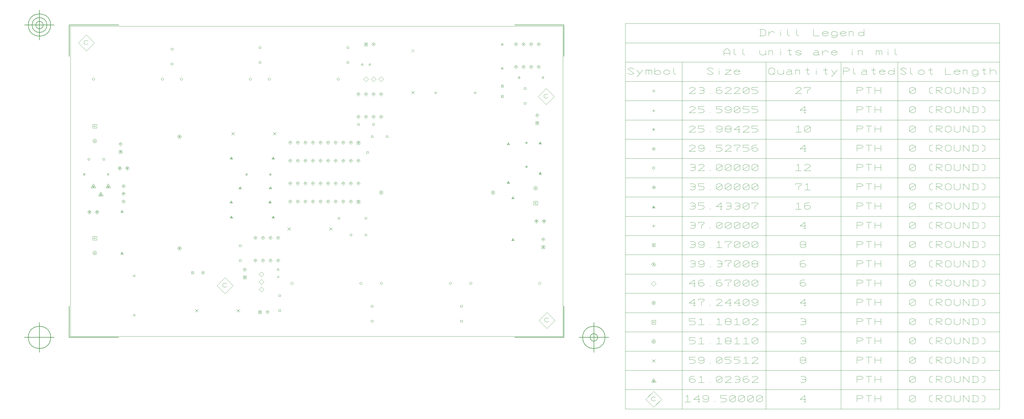
<source format=gbr>
G04 Generated by Ultiboard 13.0 *
%FSLAX25Y25*%
%MOIN*%

%ADD10C,0.00001*%
%ADD11C,0.00039*%
%ADD12C,0.00394*%
%ADD13C,0.00004*%
%ADD14C,0.00500*%


G04 ColorRGB 000000 for the following layer *
%LNDrill Symbols-Copper Top-Copper Bottom*%
%LPD*%
G54D11*
X82150Y28000D02*
X85850Y28000D01*
X84000Y26150D02*
X84000Y29850D01*
X82150Y80000D02*
X85850Y80000D01*
X84000Y78150D02*
X84000Y81850D01*
X381900Y70000D02*
G75*
D01*
G02X381900Y70000I1600J0*
G01*
X290900Y70000D02*
G75*
D01*
G02X290900Y70000I1600J0*
G01*
X396819Y18976D02*
X399181Y18976D01*
X399181Y21339D01*
X396819Y21339D01*
X396819Y18976D01*
X396819Y38661D02*
X399181Y38661D01*
X399181Y41024D01*
X396819Y41024D01*
X396819Y38661D01*
X499900Y70000D02*
G75*
D01*
G02X499900Y70000I1600J0*
G01*
X408900Y70000D02*
G75*
D01*
G02X408900Y70000I1600J0*
G01*
X514819Y18976D02*
X517181Y18976D01*
X517181Y21339D01*
X514819Y21339D01*
X514819Y18976D01*
X514819Y38661D02*
X517181Y38661D01*
X517181Y41024D01*
X514819Y41024D01*
X514819Y38661D01*
X617900Y70000D02*
G75*
D01*
G02X617900Y70000I1600J0*
G01*
X526900Y70000D02*
G75*
D01*
G02X526900Y70000I1600J0*
G01*
X274819Y32976D02*
X277181Y32976D01*
X277181Y35339D01*
X274819Y35339D01*
X274819Y32976D01*
X274819Y52661D02*
X277181Y52661D01*
X277181Y55024D01*
X274819Y55024D01*
X274819Y52661D01*
X272720Y87642D02*
X275280Y87642D01*
X274000Y89826D01*
X272720Y87642D01*
X272720Y77799D02*
X275280Y77799D01*
X274000Y79984D01*
X272720Y77799D01*
X222819Y118661D02*
X225181Y118661D01*
X225181Y121024D01*
X222819Y121024D01*
X222819Y118661D01*
X222819Y98976D02*
X225181Y98976D01*
X225181Y101339D01*
X222819Y101339D01*
X222819Y98976D01*
X274000Y97525D02*
X276475Y100000D01*
X274000Y102475D01*
X271525Y100000D01*
X274000Y97525D01*
X273319Y99500D02*
X273319Y100250D01*
X273708Y100750D01*
X274097Y100750D01*
X274486Y100250D01*
X274486Y99500D01*
X273319Y99875D02*
X274486Y99875D01*
X264000Y127525D02*
X266475Y130000D01*
X264000Y132475D01*
X261525Y130000D01*
X264000Y127525D01*
X263319Y129500D02*
X263319Y130250D01*
X263708Y130750D01*
X264097Y130750D01*
X264486Y130250D01*
X264486Y129500D01*
X263319Y129875D02*
X264486Y129875D01*
X244000Y127525D02*
X246475Y130000D01*
X244000Y132475D01*
X241525Y130000D01*
X244000Y127525D01*
X243319Y129500D02*
X243319Y130250D01*
X243708Y130750D01*
X244097Y130750D01*
X244486Y130250D01*
X244486Y129500D01*
X243319Y129875D02*
X244486Y129875D01*
X254000Y127525D02*
X256475Y130000D01*
X254000Y132475D01*
X251525Y130000D01*
X254000Y127525D01*
X253319Y129500D02*
X253319Y130250D01*
X253708Y130750D01*
X254097Y130750D01*
X254486Y130250D01*
X254486Y129500D01*
X253319Y129875D02*
X254486Y129875D01*
X244000Y97525D02*
X246475Y100000D01*
X244000Y102475D01*
X241525Y100000D01*
X244000Y97525D01*
X243319Y99500D02*
X243319Y100250D01*
X243708Y100750D01*
X244097Y100750D01*
X244486Y100250D01*
X244486Y99500D01*
X243319Y99875D02*
X244486Y99875D01*
X264000Y97525D02*
X266475Y100000D01*
X264000Y102475D01*
X261525Y100000D01*
X264000Y97525D01*
X263319Y99500D02*
X263319Y100250D01*
X263708Y100750D01*
X264097Y100750D01*
X264486Y100250D01*
X264486Y99500D01*
X263319Y99875D02*
X264486Y99875D01*
X254000Y97525D02*
X256475Y100000D01*
X254000Y102475D01*
X251525Y100000D01*
X254000Y97525D01*
X253319Y99500D02*
X253319Y100250D01*
X253708Y100750D01*
X254097Y100750D01*
X254486Y100250D01*
X254486Y99500D01*
X253319Y99875D02*
X254486Y99875D01*
X274000Y127525D02*
X276475Y130000D01*
X274000Y132475D01*
X271525Y130000D01*
X274000Y127525D01*
X273319Y129500D02*
X273319Y130250D01*
X273708Y130750D01*
X274097Y130750D01*
X274486Y130250D01*
X274486Y129500D01*
X273319Y129875D02*
X274486Y129875D01*
X66228Y108669D02*
X69772Y108669D01*
X68000Y111694D01*
X66228Y108669D01*
X67311Y109049D02*
X67311Y109808D01*
X67705Y110314D01*
X68098Y110314D01*
X68492Y109808D01*
X68492Y109049D01*
X67311Y109429D02*
X68492Y109429D01*
X66228Y163787D02*
X69772Y163787D01*
X68000Y166812D01*
X66228Y163787D01*
X67311Y164167D02*
X67311Y164926D01*
X67705Y165433D01*
X68098Y165433D01*
X68492Y164926D01*
X68492Y164167D01*
X67311Y164547D02*
X68492Y164547D01*
X622042Y116042D02*
X625959Y116042D01*
X625959Y119959D01*
X622042Y119959D01*
X622042Y116042D01*
X623238Y117440D02*
X624109Y117440D01*
X624544Y117720D01*
X624544Y117860D01*
X624109Y118140D01*
X624544Y118420D01*
X624544Y118560D01*
X624109Y118839D01*
X623456Y118839D01*
X623238Y118839D01*
X623456Y118140D02*
X624109Y118140D01*
X623456Y118839D02*
X623456Y117440D01*
X624000Y125525D02*
X626475Y128000D01*
X624000Y130475D01*
X621525Y128000D01*
X624000Y125525D01*
X623319Y127500D02*
X623319Y128250D01*
X623708Y128750D01*
X624097Y128750D01*
X624486Y128250D01*
X624486Y127500D01*
X623319Y127875D02*
X624486Y127875D01*
X582228Y126669D02*
X585772Y126669D01*
X584000Y129694D01*
X582228Y126669D01*
X583311Y127049D02*
X583311Y127808D01*
X583705Y128314D01*
X584098Y128314D01*
X584492Y127808D01*
X584492Y127049D01*
X583311Y127429D02*
X584492Y127429D01*
X582228Y181787D02*
X585772Y181787D01*
X584000Y184812D01*
X582228Y181787D01*
X583311Y182167D02*
X583311Y182926D01*
X583705Y183433D01*
X584098Y183433D01*
X584492Y182926D01*
X584492Y182167D01*
X583311Y182547D02*
X584492Y182547D01*
X368976Y132819D02*
X371339Y132819D01*
X371339Y135181D01*
X368976Y135181D01*
X368976Y132819D01*
X388661Y132819D02*
X391024Y132819D01*
X391024Y135181D01*
X388661Y135181D01*
X388661Y132819D01*
X265787Y156228D02*
X269331Y156228D01*
X267559Y159253D01*
X265787Y156228D01*
X266870Y156608D02*
X266870Y157367D01*
X267264Y157873D01*
X267657Y157873D01*
X268051Y157367D01*
X268051Y156608D01*
X266870Y156988D02*
X268051Y156988D01*
X210669Y156228D02*
X214213Y156228D01*
X212441Y159253D01*
X210669Y156228D01*
X211752Y156608D02*
X211752Y157367D01*
X212146Y157873D01*
X212539Y157873D01*
X212933Y157367D01*
X212933Y156608D01*
X211752Y156988D02*
X212933Y156988D01*
X353102Y154819D02*
X355465Y154819D01*
X355465Y157181D01*
X353102Y157181D01*
X353102Y154819D01*
X388535Y154819D02*
X390898Y154819D01*
X390898Y157181D01*
X388535Y157181D01*
X388535Y154819D01*
X70000Y185958D02*
X72475Y188433D01*
X70000Y190908D01*
X67525Y188433D01*
X70000Y185958D01*
X69319Y187933D02*
X69319Y188683D01*
X69708Y189183D01*
X70097Y189183D01*
X70486Y188683D01*
X70486Y187933D01*
X69319Y188308D02*
X70486Y188308D01*
X70000Y196391D02*
X72475Y198866D01*
X70000Y201341D01*
X67525Y198866D01*
X70000Y196391D01*
X69319Y198366D02*
X69319Y199116D01*
X69708Y199616D01*
X70097Y199616D01*
X70486Y199116D01*
X70486Y198366D01*
X69319Y198741D02*
X70486Y198741D01*
X70000Y175525D02*
X72475Y178000D01*
X70000Y180475D01*
X67525Y178000D01*
X70000Y175525D01*
X69319Y177500D02*
X69319Y178250D01*
X69708Y178750D01*
X70097Y178750D01*
X70486Y178250D01*
X70486Y177500D01*
X69319Y177875D02*
X70486Y177875D01*
X261576Y176193D02*
X265120Y176193D01*
X263348Y179217D01*
X261576Y176193D01*
X262659Y176573D02*
X262659Y177332D01*
X263053Y177838D01*
X263446Y177838D01*
X263840Y177332D01*
X263840Y176573D01*
X262659Y176952D02*
X263840Y176952D01*
X210395Y176193D02*
X213939Y176193D01*
X212167Y179217D01*
X210395Y176193D01*
X211478Y176573D02*
X211478Y177332D01*
X211872Y177838D01*
X212265Y177838D01*
X212659Y177332D01*
X212659Y176573D01*
X211478Y176952D02*
X212659Y176952D01*
X350000Y175525D02*
X352475Y178000D01*
X350000Y180475D01*
X347525Y178000D01*
X350000Y175525D01*
X349319Y177500D02*
X349319Y178250D01*
X349708Y178750D01*
X350097Y178750D01*
X350486Y178250D01*
X350486Y177500D01*
X349319Y177875D02*
X350486Y177875D01*
X378042Y176042D02*
X381959Y176042D01*
X381959Y179959D01*
X378042Y179959D01*
X378042Y176042D01*
X379238Y177440D02*
X380109Y177440D01*
X380544Y177720D01*
X380544Y177860D01*
X380109Y178140D01*
X380544Y178420D01*
X380544Y178560D01*
X380109Y178839D01*
X379456Y178839D01*
X379238Y178839D01*
X379456Y178140D02*
X380109Y178140D01*
X379456Y178839D02*
X379456Y177440D01*
X360000Y175525D02*
X362475Y178000D01*
X360000Y180475D01*
X357525Y178000D01*
X360000Y175525D01*
X359319Y177500D02*
X359319Y178250D01*
X359708Y178750D01*
X360097Y178750D01*
X360486Y178250D01*
X360486Y177500D01*
X359319Y177875D02*
X360486Y177875D01*
X370000Y175525D02*
X372475Y178000D01*
X370000Y180475D01*
X367525Y178000D01*
X370000Y175525D01*
X369319Y177500D02*
X369319Y178250D01*
X369708Y178750D01*
X370097Y178750D01*
X370486Y178250D01*
X370486Y177500D01*
X369319Y177875D02*
X370486Y177875D01*
X330000Y175525D02*
X332475Y178000D01*
X330000Y180475D01*
X327525Y178000D01*
X330000Y175525D01*
X329319Y177500D02*
X329319Y178250D01*
X329708Y178750D01*
X330097Y178750D01*
X330486Y178250D01*
X330486Y177500D01*
X329319Y177875D02*
X330486Y177875D01*
X340000Y175525D02*
X342475Y178000D01*
X340000Y180475D01*
X337525Y178000D01*
X340000Y175525D01*
X339319Y177500D02*
X339319Y178250D01*
X339708Y178750D01*
X340097Y178750D01*
X340486Y178250D01*
X340486Y177500D01*
X339319Y177875D02*
X340486Y177875D01*
X320000Y175525D02*
X322475Y178000D01*
X320000Y180475D01*
X317525Y178000D01*
X320000Y175525D01*
X319319Y177500D02*
X319319Y178250D01*
X319708Y178750D01*
X320097Y178750D01*
X320486Y178250D01*
X320486Y177500D01*
X319319Y177875D02*
X320486Y177875D01*
X300000Y175525D02*
X302475Y178000D01*
X300000Y180475D01*
X297525Y178000D01*
X300000Y175525D01*
X299319Y177500D02*
X299319Y178250D01*
X299708Y178750D01*
X300097Y178750D01*
X300486Y178250D01*
X300486Y177500D01*
X299319Y177875D02*
X300486Y177875D01*
X310000Y175525D02*
X312475Y178000D01*
X310000Y180475D01*
X307525Y178000D01*
X310000Y175525D01*
X309319Y177500D02*
X309319Y178250D01*
X309708Y178750D01*
X310097Y178750D01*
X310486Y178250D01*
X310486Y177500D01*
X309319Y177875D02*
X310486Y177875D01*
X290000Y175525D02*
X292475Y178000D01*
X290000Y180475D01*
X287525Y178000D01*
X290000Y175525D01*
X289319Y177500D02*
X289319Y178250D01*
X289708Y178750D01*
X290097Y178750D01*
X290486Y178250D01*
X290486Y177500D01*
X289319Y177875D02*
X290486Y177875D01*
X222093Y195066D02*
X225636Y195066D01*
X223865Y198091D01*
X222093Y195066D01*
X223176Y195446D02*
X223176Y196205D01*
X223569Y196711D01*
X223963Y196711D01*
X224357Y196205D01*
X224357Y195446D01*
X223176Y195825D02*
X224357Y195825D01*
X262093Y195066D02*
X265636Y195066D01*
X263865Y198091D01*
X262093Y195066D01*
X263176Y195446D02*
X263176Y196205D01*
X263569Y196711D01*
X263963Y196711D01*
X264357Y196205D01*
X264357Y195446D01*
X263176Y195825D02*
X264357Y195825D01*
X380000Y199525D02*
X382475Y202000D01*
X380000Y204475D01*
X377525Y202000D01*
X380000Y199525D01*
X379319Y201500D02*
X379319Y202250D01*
X379708Y202750D01*
X380097Y202750D01*
X380486Y202250D01*
X380486Y201500D01*
X379319Y201875D02*
X380486Y201875D01*
X370000Y229525D02*
X372475Y232000D01*
X370000Y234475D01*
X367525Y232000D01*
X370000Y229525D01*
X369319Y231500D02*
X369319Y232250D01*
X369708Y232750D01*
X370097Y232750D01*
X370486Y232250D01*
X370486Y231500D01*
X369319Y231875D02*
X370486Y231875D01*
X350000Y229525D02*
X352475Y232000D01*
X350000Y234475D01*
X347525Y232000D01*
X350000Y229525D01*
X349319Y231500D02*
X349319Y232250D01*
X349708Y232750D01*
X350097Y232750D01*
X350486Y232250D01*
X350486Y231500D01*
X349319Y231875D02*
X350486Y231875D01*
X360000Y229525D02*
X362475Y232000D01*
X360000Y234475D01*
X357525Y232000D01*
X360000Y229525D01*
X359319Y231500D02*
X359319Y232250D01*
X359708Y232750D01*
X360097Y232750D01*
X360486Y232250D01*
X360486Y231500D01*
X359319Y231875D02*
X360486Y231875D01*
X340000Y229525D02*
X342475Y232000D01*
X340000Y234475D01*
X337525Y232000D01*
X340000Y229525D01*
X339319Y231500D02*
X339319Y232250D01*
X339708Y232750D01*
X340097Y232750D01*
X340486Y232250D01*
X340486Y231500D01*
X339319Y231875D02*
X340486Y231875D01*
X320000Y229525D02*
X322475Y232000D01*
X320000Y234475D01*
X317525Y232000D01*
X320000Y229525D01*
X319319Y231500D02*
X319319Y232250D01*
X319708Y232750D01*
X320097Y232750D01*
X320486Y232250D01*
X320486Y231500D01*
X319319Y231875D02*
X320486Y231875D01*
X330000Y229525D02*
X332475Y232000D01*
X330000Y234475D01*
X327525Y232000D01*
X330000Y229525D01*
X329319Y231500D02*
X329319Y232250D01*
X329708Y232750D01*
X330097Y232750D01*
X330486Y232250D01*
X330486Y231500D01*
X329319Y231875D02*
X330486Y231875D01*
X310000Y229525D02*
X312475Y232000D01*
X310000Y234475D01*
X307525Y232000D01*
X310000Y229525D01*
X309319Y231500D02*
X309319Y232250D01*
X309708Y232750D01*
X310097Y232750D01*
X310486Y232250D01*
X310486Y231500D01*
X309319Y231875D02*
X310486Y231875D01*
X300000Y229525D02*
X302475Y232000D01*
X300000Y234475D01*
X297525Y232000D01*
X300000Y229525D01*
X299319Y231500D02*
X299319Y232250D01*
X299708Y232750D01*
X300097Y232750D01*
X300486Y232250D01*
X300486Y231500D01*
X299319Y231875D02*
X300486Y231875D01*
X290000Y229525D02*
X292475Y232000D01*
X290000Y234475D01*
X287525Y232000D01*
X290000Y229525D01*
X289319Y231500D02*
X289319Y232250D01*
X289708Y232750D01*
X290097Y232750D01*
X290486Y232250D01*
X290486Y231500D01*
X289319Y231875D02*
X290486Y231875D01*
X320000Y199525D02*
X322475Y202000D01*
X320000Y204475D01*
X317525Y202000D01*
X320000Y199525D01*
X319319Y201500D02*
X319319Y202250D01*
X319708Y202750D01*
X320097Y202750D01*
X320486Y202250D01*
X320486Y201500D01*
X319319Y201875D02*
X320486Y201875D01*
X350000Y199525D02*
X352475Y202000D01*
X350000Y204475D01*
X347525Y202000D01*
X350000Y199525D01*
X349319Y201500D02*
X349319Y202250D01*
X349708Y202750D01*
X350097Y202750D01*
X350486Y202250D01*
X350486Y201500D01*
X349319Y201875D02*
X350486Y201875D01*
X370000Y199525D02*
X372475Y202000D01*
X370000Y204475D01*
X367525Y202000D01*
X370000Y199525D01*
X369319Y201500D02*
X369319Y202250D01*
X369708Y202750D01*
X370097Y202750D01*
X370486Y202250D01*
X370486Y201500D01*
X369319Y201875D02*
X370486Y201875D01*
X360000Y199525D02*
X362475Y202000D01*
X360000Y204475D01*
X357525Y202000D01*
X360000Y199525D01*
X359319Y201500D02*
X359319Y202250D01*
X359708Y202750D01*
X360097Y202750D01*
X360486Y202250D01*
X360486Y201500D01*
X359319Y201875D02*
X360486Y201875D01*
X340000Y199525D02*
X342475Y202000D01*
X340000Y204475D01*
X337525Y202000D01*
X340000Y199525D01*
X339319Y201500D02*
X339319Y202250D01*
X339708Y202750D01*
X340097Y202750D01*
X340486Y202250D01*
X340486Y201500D01*
X339319Y201875D02*
X340486Y201875D01*
X330000Y199525D02*
X332475Y202000D01*
X330000Y204475D01*
X327525Y202000D01*
X330000Y199525D01*
X329319Y201500D02*
X329319Y202250D01*
X329708Y202750D01*
X330097Y202750D01*
X330486Y202250D01*
X330486Y201500D01*
X329319Y201875D02*
X330486Y201875D01*
X310000Y199525D02*
X312475Y202000D01*
X310000Y204475D01*
X307525Y202000D01*
X310000Y199525D01*
X309319Y201500D02*
X309319Y202250D01*
X309708Y202750D01*
X310097Y202750D01*
X310486Y202250D01*
X310486Y201500D01*
X309319Y201875D02*
X310486Y201875D01*
X300000Y199525D02*
X302475Y202000D01*
X300000Y204475D01*
X297525Y202000D01*
X300000Y199525D01*
X299319Y201500D02*
X299319Y202250D01*
X299708Y202750D01*
X300097Y202750D01*
X300486Y202250D01*
X300486Y201500D01*
X299319Y201875D02*
X300486Y201875D01*
X290000Y199525D02*
X292475Y202000D01*
X290000Y204475D01*
X287525Y202000D01*
X290000Y199525D01*
X289319Y201500D02*
X289319Y202250D01*
X289708Y202750D01*
X290097Y202750D01*
X290486Y202250D01*
X290486Y201500D01*
X289319Y201875D02*
X290486Y201875D01*
X380000Y229525D02*
X382475Y232000D01*
X380000Y234475D01*
X377525Y232000D01*
X380000Y229525D01*
X379319Y231500D02*
X379319Y232250D01*
X379708Y232750D01*
X380097Y232750D01*
X380486Y232250D01*
X380486Y231500D01*
X379319Y231875D02*
X380486Y231875D01*
X576228Y253409D02*
X579772Y253409D01*
X578000Y256434D01*
X576228Y253409D01*
X577311Y253789D02*
X577311Y254548D01*
X577705Y255055D01*
X578098Y255055D01*
X578492Y254548D01*
X578492Y253789D01*
X577311Y254169D02*
X578492Y254169D01*
X576228Y202228D02*
X579772Y202228D01*
X578000Y205253D01*
X576228Y202228D01*
X577311Y202608D02*
X577311Y203367D01*
X577705Y203873D01*
X578098Y203873D01*
X578492Y203367D01*
X578492Y202608D01*
X577311Y202988D02*
X578492Y202988D01*
X16953Y214000D02*
G75*
D01*
G02X16953Y214000I1299J0*
G01*
X18613Y213814D02*
X18324Y213629D01*
X18035Y213629D01*
X17747Y213814D01*
X17747Y214371D01*
X18035Y214557D01*
X18324Y214557D01*
X18613Y214371D01*
X48449Y214000D02*
G75*
D01*
G02X48449Y214000I1299J0*
G01*
X50109Y213814D02*
X49820Y213629D01*
X49531Y213629D01*
X49243Y213814D01*
X49243Y214371D01*
X49531Y214557D01*
X49820Y214557D01*
X50109Y214371D01*
X231120Y213965D02*
G75*
D01*
G02X231120Y213965I1299J0*
G01*
X232780Y213779D02*
X232491Y213593D01*
X232202Y213593D01*
X231914Y213779D01*
X231914Y214336D01*
X232202Y214521D01*
X232491Y214521D01*
X232780Y214336D01*
X262616Y213965D02*
G75*
D01*
G02X262616Y213965I1299J0*
G01*
X264276Y213779D02*
X263987Y213593D01*
X263698Y213593D01*
X263410Y213779D01*
X263410Y214336D01*
X263698Y214521D01*
X263987Y214521D01*
X264276Y214336D01*
X618228Y214228D02*
X621772Y214228D01*
X620000Y217253D01*
X618228Y214228D01*
X619311Y214608D02*
X619311Y215367D01*
X619705Y215873D01*
X620098Y215873D01*
X620492Y215367D01*
X620492Y214608D01*
X619311Y214988D02*
X620492Y214988D01*
X618228Y254228D02*
X621772Y254228D01*
X620000Y257253D01*
X618228Y254228D01*
X619311Y254608D02*
X619311Y255367D01*
X619705Y255873D01*
X620098Y255873D01*
X620492Y255367D01*
X620492Y254608D01*
X619311Y254988D02*
X620492Y254988D01*
X600701Y224252D02*
G75*
D01*
G02X600701Y224252I1299J0*
G01*
X602361Y224066D02*
X602072Y223881D01*
X601783Y223881D01*
X601495Y224066D01*
X601495Y224623D01*
X601783Y224809D01*
X602072Y224809D01*
X602361Y224623D01*
X600701Y255748D02*
G75*
D01*
G02X600701Y255748I1299J0*
G01*
X602361Y255562D02*
X602072Y255377D01*
X601783Y255377D01*
X601495Y255562D01*
X601495Y256119D01*
X601783Y256305D01*
X602072Y256305D01*
X602361Y256119D01*
X210669Y234228D02*
X214213Y234228D01*
X212441Y237253D01*
X210669Y234228D01*
X211752Y234608D02*
X211752Y235367D01*
X212146Y235873D01*
X212539Y235873D01*
X212933Y235367D01*
X212933Y234608D01*
X211752Y234988D02*
X212933Y234988D01*
X265787Y234228D02*
X269331Y234228D01*
X267559Y237253D01*
X265787Y234228D01*
X266870Y234608D02*
X266870Y235367D01*
X267264Y235873D01*
X267657Y235873D01*
X268051Y235367D01*
X268051Y234608D01*
X266870Y234988D02*
X268051Y234988D01*
X22976Y232819D02*
X25339Y232819D01*
X25339Y235181D01*
X22976Y235181D01*
X22976Y232819D01*
X42661Y232819D02*
X45024Y232819D01*
X45024Y235181D01*
X42661Y235181D01*
X42661Y232819D01*
X64042Y242042D02*
X67959Y242042D01*
X67959Y245958D01*
X64042Y245958D01*
X64042Y242042D01*
X65238Y243440D02*
X66109Y243440D01*
X66544Y243720D01*
X66544Y243860D01*
X66109Y244140D01*
X66544Y244420D01*
X66544Y244560D01*
X66109Y244839D01*
X65456Y244839D01*
X65238Y244839D01*
X65456Y244140D02*
X66109Y244140D01*
X65456Y244839D02*
X65456Y243440D01*
X66000Y251525D02*
X68475Y254000D01*
X66000Y256475D01*
X63525Y254000D01*
X66000Y251525D01*
X65319Y253500D02*
X65319Y254250D01*
X65708Y254750D01*
X66097Y254750D01*
X66486Y254250D01*
X66486Y253500D01*
X65319Y253875D02*
X66486Y253875D01*
X390819Y241819D02*
X393181Y241819D01*
X393181Y244181D01*
X390819Y244181D01*
X390819Y241819D01*
X350000Y253525D02*
X352475Y256000D01*
X350000Y258475D01*
X347525Y256000D01*
X350000Y253525D01*
X349319Y255500D02*
X349319Y256250D01*
X349708Y256750D01*
X350097Y256750D01*
X350486Y256250D01*
X350486Y255500D01*
X349319Y255875D02*
X350486Y255875D01*
X378042Y254042D02*
X381959Y254042D01*
X381959Y257958D01*
X378042Y257958D01*
X378042Y254042D01*
X379238Y255440D02*
X380109Y255440D01*
X380544Y255720D01*
X380544Y255860D01*
X380109Y256140D01*
X380544Y256420D01*
X380544Y256560D01*
X380109Y256839D01*
X379456Y256839D01*
X379238Y256839D01*
X379456Y256140D02*
X380109Y256140D01*
X379456Y256839D02*
X379456Y255440D01*
X360000Y253525D02*
X362475Y256000D01*
X360000Y258475D01*
X357525Y256000D01*
X360000Y253525D01*
X359319Y255500D02*
X359319Y256250D01*
X359708Y256750D01*
X360097Y256750D01*
X360486Y256250D01*
X360486Y255500D01*
X359319Y255875D02*
X360486Y255875D01*
X370000Y253525D02*
X372475Y256000D01*
X370000Y258475D01*
X367525Y256000D01*
X370000Y253525D01*
X369319Y255500D02*
X369319Y256250D01*
X369708Y256750D01*
X370097Y256750D01*
X370486Y256250D01*
X370486Y255500D01*
X369319Y255875D02*
X370486Y255875D01*
X330000Y253525D02*
X332475Y256000D01*
X330000Y258475D01*
X327525Y256000D01*
X330000Y253525D01*
X329319Y255500D02*
X329319Y256250D01*
X329708Y256750D01*
X330097Y256750D01*
X330486Y256250D01*
X330486Y255500D01*
X329319Y255875D02*
X330486Y255875D01*
X340000Y253525D02*
X342475Y256000D01*
X340000Y258475D01*
X337525Y256000D01*
X340000Y253525D01*
X339319Y255500D02*
X339319Y256250D01*
X339708Y256750D01*
X340097Y256750D01*
X340486Y256250D01*
X340486Y255500D01*
X339319Y255875D02*
X340486Y255875D01*
X320000Y253525D02*
X322475Y256000D01*
X320000Y258475D01*
X317525Y256000D01*
X320000Y253525D01*
X319319Y255500D02*
X319319Y256250D01*
X319708Y256750D01*
X320097Y256750D01*
X320486Y256250D01*
X320486Y255500D01*
X319319Y255875D02*
X320486Y255875D01*
X300000Y253525D02*
X302475Y256000D01*
X300000Y258475D01*
X297525Y256000D01*
X300000Y253525D01*
X299319Y255500D02*
X299319Y256250D01*
X299708Y256750D01*
X300097Y256750D01*
X300486Y256250D01*
X300486Y255500D01*
X299319Y255875D02*
X300486Y255875D01*
X310000Y253525D02*
X312475Y256000D01*
X310000Y258475D01*
X307525Y256000D01*
X310000Y253525D01*
X309319Y255500D02*
X309319Y256250D01*
X309708Y256750D01*
X310097Y256750D01*
X310486Y256250D01*
X310486Y255500D01*
X309319Y255875D02*
X310486Y255875D01*
X290000Y253525D02*
X292475Y256000D01*
X290000Y258475D01*
X287525Y256000D01*
X290000Y253525D01*
X289319Y255500D02*
X289319Y256250D01*
X289708Y256750D01*
X290097Y256750D01*
X290486Y256250D01*
X290486Y255500D01*
X289319Y255875D02*
X290486Y255875D01*
X416661Y262819D02*
X419024Y262819D01*
X419024Y265181D01*
X416661Y265181D01*
X416661Y262819D01*
X396976Y262819D02*
X399339Y262819D01*
X399339Y265181D01*
X396976Y265181D01*
X396976Y262819D01*
X480150Y322000D02*
X483850Y322000D01*
X482000Y320150D02*
X482000Y323850D01*
X532150Y322000D02*
X535850Y322000D01*
X534000Y320150D02*
X534000Y323850D01*
X398661Y278819D02*
X401024Y278819D01*
X401024Y281181D01*
X398661Y281181D01*
X398661Y278819D01*
X378976Y278819D02*
X381339Y278819D01*
X381339Y281181D01*
X378976Y281181D01*
X378976Y278819D01*
X614042Y280042D02*
X617959Y280042D01*
X617959Y283959D01*
X614042Y283959D01*
X614042Y280042D01*
X615238Y281440D02*
X616109Y281440D01*
X616544Y281720D01*
X616544Y281860D01*
X616109Y282140D01*
X616544Y282420D01*
X616544Y282560D01*
X616109Y282839D01*
X615456Y282839D01*
X615238Y282839D01*
X615456Y282140D02*
X616109Y282140D01*
X615456Y282839D02*
X615456Y281440D01*
X616000Y289525D02*
X618475Y292000D01*
X616000Y294475D01*
X613525Y292000D01*
X616000Y289525D01*
X615319Y291500D02*
X615319Y292250D01*
X615708Y292750D01*
X616097Y292750D01*
X616486Y292250D01*
X616486Y291500D01*
X615319Y291875D02*
X616486Y291875D01*
X144900Y340000D02*
G75*
D01*
G02X144900Y340000I1600J0*
G01*
X235900Y340000D02*
G75*
D01*
G02X235900Y340000I1600J0*
G01*
X260900Y340000D02*
G75*
D01*
G02X260900Y340000I1600J0*
G01*
X351900Y340000D02*
G75*
D01*
G02X351900Y340000I1600J0*
G01*
X380000Y317525D02*
X382475Y320000D01*
X380000Y322475D01*
X377525Y320000D01*
X380000Y317525D01*
X379319Y319500D02*
X379319Y320250D01*
X379708Y320750D01*
X380097Y320750D01*
X380486Y320250D01*
X380486Y319500D01*
X379319Y319875D02*
X380486Y319875D01*
X390000Y287525D02*
X392475Y290000D01*
X390000Y292475D01*
X387525Y290000D01*
X390000Y287525D01*
X389319Y289500D02*
X389319Y290250D01*
X389708Y290750D01*
X390097Y290750D01*
X390486Y290250D01*
X390486Y289500D01*
X389319Y289875D02*
X390486Y289875D01*
X410000Y287525D02*
X412475Y290000D01*
X410000Y292475D01*
X407525Y290000D01*
X410000Y287525D01*
X409319Y289500D02*
X409319Y290250D01*
X409708Y290750D01*
X410097Y290750D01*
X410486Y290250D01*
X410486Y289500D01*
X409319Y289875D02*
X410486Y289875D01*
X400000Y287525D02*
X402475Y290000D01*
X400000Y292475D01*
X397525Y290000D01*
X400000Y287525D01*
X399319Y289500D02*
X399319Y290250D01*
X399708Y290750D01*
X400097Y290750D01*
X400486Y290250D01*
X400486Y289500D01*
X399319Y289875D02*
X400486Y289875D01*
X410000Y317525D02*
X412475Y320000D01*
X410000Y322475D01*
X407525Y320000D01*
X410000Y317525D01*
X409319Y319500D02*
X409319Y320250D01*
X409708Y320750D01*
X410097Y320750D01*
X410486Y320250D01*
X410486Y319500D01*
X409319Y319875D02*
X410486Y319875D01*
X390000Y317525D02*
X392475Y320000D01*
X390000Y322475D01*
X387525Y320000D01*
X390000Y317525D01*
X389319Y319500D02*
X389319Y320250D01*
X389708Y320750D01*
X390097Y320750D01*
X390486Y320250D01*
X390486Y319500D01*
X389319Y319875D02*
X390486Y319875D01*
X400000Y317525D02*
X402475Y320000D01*
X400000Y322475D01*
X397525Y320000D01*
X400000Y317525D01*
X399319Y319500D02*
X399319Y320250D01*
X399708Y320750D01*
X400097Y320750D01*
X400486Y320250D01*
X400486Y319500D01*
X399319Y319875D02*
X400486Y319875D01*
X380000Y287525D02*
X382475Y290000D01*
X380000Y292475D01*
X377525Y290000D01*
X380000Y287525D01*
X379319Y289500D02*
X379319Y290250D01*
X379708Y290750D01*
X380097Y290750D01*
X380486Y290250D01*
X380486Y289500D01*
X379319Y289875D02*
X380486Y289875D01*
X568524Y329413D02*
X571476Y329413D01*
X571476Y332366D01*
X568524Y332366D01*
X568524Y329413D01*
X570410Y330679D02*
X570082Y330468D01*
X569754Y330468D01*
X569426Y330679D01*
X569426Y331312D01*
X569754Y331522D01*
X570082Y331522D01*
X570410Y331312D01*
X568524Y315634D02*
X571476Y315634D01*
X571476Y318587D01*
X568524Y318587D01*
X568524Y315634D01*
X570410Y316899D02*
X570082Y316688D01*
X569754Y316688D01*
X569426Y316899D01*
X569426Y317532D01*
X569754Y317743D01*
X570082Y317743D01*
X570410Y317532D01*
X622449Y342000D02*
G75*
D01*
G02X622449Y342000I1299J0*
G01*
X624109Y341814D02*
X623820Y341629D01*
X623531Y341629D01*
X623243Y341814D01*
X623243Y342371D01*
X623531Y342557D01*
X623820Y342557D01*
X624109Y342371D01*
X590953Y342000D02*
G75*
D01*
G02X590953Y342000I1299J0*
G01*
X592613Y341814D02*
X592324Y341629D01*
X592035Y341629D01*
X591747Y341814D01*
X591747Y342371D01*
X592035Y342557D01*
X592324Y342557D01*
X592613Y342371D01*
X568701Y354252D02*
G75*
D01*
G02X568701Y354252I1299J0*
G01*
X570361Y354066D02*
X570072Y353881D01*
X569783Y353881D01*
X569495Y354066D01*
X569495Y354623D01*
X569783Y354809D01*
X570072Y354809D01*
X570361Y354623D01*
X568701Y385748D02*
G75*
D01*
G02X568701Y385748I1299J0*
G01*
X570361Y385562D02*
X570072Y385377D01*
X569783Y385377D01*
X569495Y385562D01*
X569495Y386119D01*
X569783Y386305D01*
X570072Y386305D01*
X570361Y386119D01*
X618000Y353525D02*
X620475Y356000D01*
X618000Y358475D01*
X615525Y356000D01*
X618000Y353525D01*
X617319Y355500D02*
X617319Y356250D01*
X617708Y356750D01*
X618097Y356750D01*
X618486Y356250D01*
X618486Y355500D01*
X617319Y355875D02*
X618486Y355875D01*
X608000Y383525D02*
X610475Y386000D01*
X608000Y388475D01*
X605525Y386000D01*
X608000Y383525D01*
X607319Y385500D02*
X607319Y386250D01*
X607708Y386750D01*
X608097Y386750D01*
X608486Y386250D01*
X608486Y385500D01*
X607319Y385875D02*
X608486Y385875D01*
X588000Y383525D02*
X590475Y386000D01*
X588000Y388475D01*
X585525Y386000D01*
X588000Y383525D01*
X587319Y385500D02*
X587319Y386250D01*
X587708Y386750D01*
X588097Y386750D01*
X588486Y386250D01*
X588486Y385500D01*
X587319Y385875D02*
X588486Y385875D01*
X598000Y383525D02*
X600475Y386000D01*
X598000Y388475D01*
X595525Y386000D01*
X598000Y383525D01*
X597319Y385500D02*
X597319Y386250D01*
X597708Y386750D01*
X598097Y386750D01*
X598486Y386250D01*
X598486Y385500D01*
X597319Y385875D02*
X598486Y385875D01*
X588000Y353525D02*
X590475Y356000D01*
X588000Y358475D01*
X585525Y356000D01*
X588000Y353525D01*
X587319Y355500D02*
X587319Y356250D01*
X587708Y356750D01*
X588097Y356750D01*
X588486Y356250D01*
X588486Y355500D01*
X587319Y355875D02*
X588486Y355875D01*
X608000Y353525D02*
X610475Y356000D01*
X608000Y358475D01*
X605525Y356000D01*
X608000Y353525D01*
X607319Y355500D02*
X607319Y356250D01*
X607708Y356750D01*
X608097Y356750D01*
X608486Y356250D01*
X608486Y355500D01*
X607319Y355875D02*
X608486Y355875D01*
X598000Y353525D02*
X600475Y356000D01*
X598000Y358475D01*
X595525Y356000D01*
X598000Y353525D01*
X597319Y355500D02*
X597319Y356250D01*
X597708Y356750D01*
X598097Y356750D01*
X598486Y356250D01*
X598486Y355500D01*
X597319Y355875D02*
X598486Y355875D01*
X618000Y383525D02*
X620475Y386000D01*
X618000Y388475D01*
X615525Y386000D01*
X618000Y383525D01*
X617319Y385500D02*
X617319Y386250D01*
X617708Y386750D01*
X618097Y386750D01*
X618486Y386250D01*
X618486Y385500D01*
X617319Y385875D02*
X618486Y385875D01*
X132819Y378661D02*
X135181Y378661D01*
X135181Y381024D01*
X132819Y381024D01*
X132819Y378661D01*
X132819Y358976D02*
X135181Y358976D01*
X135181Y361339D01*
X132819Y361339D01*
X132819Y358976D01*
X248819Y380661D02*
X251181Y380661D01*
X251181Y383024D01*
X248819Y383024D01*
X248819Y380661D01*
X248819Y360976D02*
X251181Y360976D01*
X251181Y363339D01*
X248819Y363339D01*
X248819Y360976D01*
X364819Y380661D02*
X367181Y380661D01*
X367181Y383024D01*
X364819Y383024D01*
X364819Y380661D01*
X364819Y360976D02*
X367181Y360976D01*
X367181Y363339D01*
X364819Y363339D01*
X364819Y360976D01*
X383799Y358720D02*
X386358Y358720D01*
X385079Y360905D01*
X383799Y358720D01*
X393642Y358720D02*
X396201Y358720D01*
X394921Y360905D01*
X393642Y358720D01*
X388042Y384042D02*
X391959Y384042D01*
X391959Y387959D01*
X388042Y387959D01*
X388042Y384042D01*
X389238Y385440D02*
X390109Y385440D01*
X390544Y385720D01*
X390544Y385860D01*
X390109Y386140D01*
X390544Y386420D01*
X390544Y386560D01*
X390109Y386839D01*
X389456Y386839D01*
X389238Y386839D01*
X389456Y386140D02*
X390109Y386140D01*
X389456Y386839D02*
X389456Y385440D01*
X400000Y383525D02*
X402475Y386000D01*
X400000Y388475D01*
X397525Y386000D01*
X400000Y383525D01*
X399319Y385500D02*
X399319Y386250D01*
X399708Y386750D01*
X400097Y386750D01*
X400486Y386250D01*
X400486Y385500D01*
X399319Y385875D02*
X400486Y385875D01*
X28900Y340000D02*
G75*
D01*
G02X28900Y340000I1600J0*
G01*
X119900Y340000D02*
G75*
D01*
G02X119900Y340000I1600J0*
G01*
X173413Y82524D02*
X176366Y82524D01*
X176366Y85476D01*
X173413Y85476D01*
X173413Y82524D01*
X175300Y83789D02*
X174972Y83578D01*
X174644Y83578D01*
X174316Y83789D01*
X174316Y84422D01*
X174644Y84633D01*
X174972Y84633D01*
X175300Y84422D01*
X159634Y82524D02*
X162587Y82524D01*
X162587Y85476D01*
X159634Y85476D01*
X159634Y82524D01*
X161520Y83789D02*
X161192Y83578D01*
X160864Y83578D01*
X160536Y83789D01*
X160536Y84422D01*
X160864Y84633D01*
X161192Y84633D01*
X161520Y84422D01*
X248042Y30042D02*
X251958Y30042D01*
X251958Y33959D01*
X248042Y33959D01*
X248042Y30042D01*
X249238Y31440D02*
X250109Y31440D01*
X250544Y31720D01*
X250544Y31860D01*
X250109Y32140D01*
X250544Y32420D01*
X250544Y32560D01*
X250109Y32839D01*
X249456Y32839D01*
X249238Y32839D01*
X249456Y32140D02*
X250109Y32140D01*
X249456Y32839D02*
X249456Y31440D01*
X260000Y29525D02*
X262475Y32000D01*
X260000Y34475D01*
X257525Y32000D01*
X260000Y29525D01*
X259319Y31500D02*
X259319Y32250D01*
X259708Y32750D01*
X260097Y32750D01*
X260486Y32250D01*
X260486Y31500D01*
X259319Y31875D02*
X260486Y31875D01*
X598819Y306976D02*
X601181Y306976D01*
X601181Y309339D01*
X598819Y309339D01*
X598819Y306976D01*
X598819Y326661D02*
X601181Y326661D01*
X601181Y329024D01*
X598819Y329024D01*
X598819Y326661D01*
X228042Y76042D02*
X231958Y76042D01*
X231958Y79959D01*
X228042Y79959D01*
X228042Y76042D01*
X229238Y77440D02*
X230109Y77440D01*
X230544Y77720D01*
X230544Y77860D01*
X230109Y78140D01*
X230544Y78420D01*
X230544Y78560D01*
X230109Y78839D01*
X229456Y78839D01*
X229238Y78839D01*
X229456Y78140D02*
X230109Y78140D01*
X229456Y78839D02*
X229456Y77440D01*
X230000Y85525D02*
X232475Y88000D01*
X230000Y90475D01*
X227525Y88000D01*
X230000Y85525D01*
X229319Y87500D02*
X229319Y88250D01*
X229708Y88750D01*
X230097Y88750D01*
X230486Y88250D01*
X230486Y87500D01*
X229319Y87875D02*
X230486Y87875D01*
X767849Y118568D02*
X771766Y118568D01*
X771766Y122485D01*
X767849Y122485D01*
X767849Y118568D01*
X769045Y119967D02*
X769916Y119967D01*
X770351Y120247D01*
X770351Y120387D01*
X769916Y120667D01*
X770351Y120946D01*
X770351Y121086D01*
X769916Y121366D01*
X769263Y121366D01*
X769045Y121366D01*
X769263Y120667D02*
X769916Y120667D01*
X769263Y121366D02*
X769263Y119967D01*
X767957Y146000D02*
X771657Y146000D01*
X769807Y144150D02*
X769807Y147850D01*
X768035Y169701D02*
X771579Y169701D01*
X769807Y172726D01*
X768035Y169701D01*
X769118Y170081D02*
X769118Y170840D01*
X769512Y171347D01*
X769906Y171347D01*
X770299Y170840D01*
X770299Y170081D01*
X769118Y170461D02*
X770299Y170461D01*
X769807Y194471D02*
X772282Y196946D01*
X769807Y199421D01*
X767332Y196946D01*
X769807Y194471D01*
X769127Y196446D02*
X769127Y197196D01*
X769515Y197696D01*
X769904Y197696D01*
X770293Y197196D01*
X770293Y196446D01*
X769127Y196821D02*
X770293Y196821D01*
X768207Y222420D02*
G75*
D01*
G02X768207Y222420I1600J0*
G01*
X768331Y246416D02*
X771283Y246416D01*
X771283Y249369D01*
X768331Y249369D01*
X768331Y246416D01*
X770217Y247682D02*
X769889Y247471D01*
X769561Y247471D01*
X769233Y247682D01*
X769233Y248315D01*
X769561Y248525D01*
X769889Y248525D01*
X770217Y248315D01*
X768508Y273366D02*
G75*
D01*
G02X768508Y273366I1299J0*
G01*
X770168Y273180D02*
X769879Y272995D01*
X769591Y272995D01*
X769302Y273180D01*
X769302Y273737D01*
X769591Y273923D01*
X769879Y273923D01*
X770168Y273737D01*
X768528Y297560D02*
X771087Y297560D01*
X769807Y299744D01*
X768528Y297560D01*
X768626Y323131D02*
X770988Y323131D01*
X770988Y325493D01*
X768626Y325493D01*
X768626Y323131D01*
G54D12*
X219471Y31912D02*
X223647Y36088D01*
X219471Y36088D02*
X223647Y31912D01*
X164353Y31912D02*
X168529Y36088D01*
X164353Y36088D02*
X168529Y31912D01*
X252000Y78700D02*
X255300Y82000D01*
X252000Y85300D01*
X248700Y82000D01*
X252000Y78700D01*
X252000Y58700D02*
X255300Y62000D01*
X252000Y65300D01*
X248700Y62000D01*
X252000Y58700D01*
X252000Y68700D02*
X255300Y72000D01*
X252000Y75300D01*
X248700Y72000D01*
X252000Y68700D01*
X29441Y110157D02*
G75*
D01*
G02X29441Y110157I2559J0*
G01*
X31005Y109426D02*
X31005Y110523D01*
X31573Y111254D01*
X32142Y111254D01*
X32711Y110523D01*
X32711Y109426D01*
X31005Y109975D02*
X32711Y109975D01*
X29441Y127283D02*
X34559Y127283D01*
X34559Y132402D01*
X29441Y132402D01*
X29441Y127283D01*
X31005Y129111D02*
X31005Y130208D01*
X31573Y130939D01*
X32142Y130939D01*
X32711Y130208D01*
X32711Y129111D01*
X31005Y129660D02*
X32711Y129660D01*
X141638Y263819D02*
G75*
D01*
G02X141638Y263819I2362J0*
G01*
X143081Y263144D02*
X144131Y263144D01*
X144656Y263481D01*
X144656Y263650D01*
X144131Y263988D01*
X144656Y264325D01*
X144656Y264494D01*
X144131Y264831D01*
X143344Y264831D01*
X143081Y264831D01*
X143344Y263988D02*
X144131Y263988D01*
X143344Y264831D02*
X143344Y263144D01*
X141638Y116181D02*
G75*
D01*
G02X141638Y116181I2362J0*
G01*
X143081Y115506D02*
X144131Y115506D01*
X144656Y115844D01*
X144656Y116012D01*
X144131Y116350D01*
X144656Y116687D01*
X144656Y116856D01*
X144131Y117193D01*
X143344Y117193D01*
X143081Y117193D01*
X143344Y116350D02*
X144131Y116350D01*
X143344Y117193D02*
X143344Y115506D01*
X286353Y139912D02*
X290529Y144088D01*
X286353Y144088D02*
X290529Y139912D01*
X341471Y139912D02*
X345647Y144088D01*
X341471Y144088D02*
X345647Y139912D01*
X407819Y190000D02*
G75*
D01*
G02X407819Y190000I2362J0*
G01*
X409262Y189325D02*
X410312Y189325D01*
X410837Y189663D01*
X410837Y189831D01*
X410312Y190169D01*
X410837Y190506D01*
X410837Y190675D01*
X410312Y191012D01*
X409525Y191012D01*
X409262Y191012D01*
X409525Y190169D02*
X410312Y190169D01*
X409525Y191012D02*
X409525Y189325D01*
X555457Y190000D02*
G75*
D01*
G02X555457Y190000I2362J0*
G01*
X556900Y189325D02*
X557950Y189325D01*
X558475Y189663D01*
X558475Y189831D01*
X557950Y190169D01*
X558475Y190506D01*
X558475Y190675D01*
X557950Y191012D01*
X557163Y191012D01*
X556900Y191012D01*
X557163Y190169D02*
X557950Y190169D01*
X557163Y191012D02*
X557163Y189325D01*
X615000Y149216D02*
X617784Y152000D01*
X615000Y154784D01*
X612216Y152000D01*
X615000Y149216D01*
X614234Y151438D02*
X615109Y151438D01*
X615547Y151719D01*
X615547Y151859D01*
X615109Y152141D01*
X615547Y152422D01*
X615547Y152562D01*
X615109Y152844D01*
X614453Y152844D01*
X614234Y152844D01*
X614453Y152141D02*
X615109Y152141D01*
X614453Y152844D02*
X614453Y151438D01*
X625000Y149216D02*
X627784Y152000D01*
X625000Y154784D01*
X622216Y152000D01*
X625000Y149216D01*
X624234Y151438D02*
X625109Y151438D01*
X625547Y151719D01*
X625547Y151859D01*
X625109Y152141D01*
X625547Y152422D01*
X625547Y152562D01*
X625109Y152844D01*
X624453Y152844D01*
X624234Y152844D01*
X624453Y152141D02*
X625109Y152141D01*
X624453Y152844D02*
X624453Y151438D01*
X35000Y161216D02*
X37784Y164000D01*
X35000Y166784D01*
X32216Y164000D01*
X35000Y161216D01*
X34234Y163438D02*
X35109Y163438D01*
X35547Y163719D01*
X35547Y163859D01*
X35109Y164141D01*
X35547Y164422D01*
X35547Y164562D01*
X35109Y164844D01*
X34453Y164844D01*
X34234Y164844D01*
X34453Y164141D02*
X35109Y164141D01*
X34453Y164844D02*
X34453Y163438D01*
X25000Y161216D02*
X27784Y164000D01*
X25000Y166784D01*
X22216Y164000D01*
X25000Y161216D01*
X24234Y163438D02*
X25109Y163438D01*
X25547Y163719D01*
X25547Y163859D01*
X25109Y164141D01*
X25547Y164422D01*
X25547Y164562D01*
X25109Y164844D01*
X24453Y164844D01*
X24234Y164844D01*
X24453Y164141D02*
X25109Y164141D01*
X24453Y164844D02*
X24453Y163438D01*
X611441Y195843D02*
G75*
D01*
G02X611441Y195843I2559J0*
G01*
X613005Y195111D02*
X613005Y196208D01*
X613573Y196939D01*
X614142Y196939D01*
X614711Y196208D01*
X614711Y195111D01*
X613005Y195660D02*
X614711Y195660D01*
X611441Y173598D02*
X616559Y173598D01*
X616559Y178717D01*
X611441Y178717D01*
X611441Y173598D01*
X613005Y175426D02*
X613005Y176523D01*
X613573Y177254D01*
X614142Y177254D01*
X614711Y176523D01*
X614711Y175426D01*
X613005Y175975D02*
X614711Y175975D01*
X46791Y196264D02*
X52894Y196264D01*
X49843Y201472D01*
X46791Y196264D01*
X48656Y196918D02*
X50012Y196918D01*
X50690Y197353D01*
X50690Y197571D01*
X50012Y198007D01*
X50690Y198443D01*
X50690Y198661D01*
X50012Y199097D01*
X48995Y199097D01*
X48656Y199097D01*
X48995Y198007D02*
X50012Y198007D01*
X48995Y199097D02*
X48995Y196918D01*
X27106Y196264D02*
X33209Y196264D01*
X30157Y201472D01*
X27106Y196264D01*
X28971Y196918D02*
X30327Y196918D01*
X31005Y197353D01*
X31005Y197571D01*
X30327Y198007D01*
X31005Y198443D01*
X31005Y198661D01*
X30327Y199097D01*
X29310Y199097D01*
X28971Y199097D01*
X29310Y198007D02*
X30327Y198007D01*
X29310Y199097D02*
X29310Y196918D01*
X36949Y185634D02*
X43051Y185634D01*
X40000Y190843D01*
X36949Y185634D01*
X38813Y186288D02*
X40170Y186288D01*
X40848Y186724D01*
X40848Y186942D01*
X40170Y187377D01*
X40848Y187813D01*
X40848Y188031D01*
X40170Y188467D01*
X39152Y188467D01*
X38813Y188467D01*
X39152Y187377D02*
X40170Y187377D01*
X39152Y188467D02*
X39152Y186288D01*
X65000Y219216D02*
X67784Y222000D01*
X65000Y224784D01*
X62216Y222000D01*
X65000Y219216D01*
X64234Y221438D02*
X65109Y221438D01*
X65547Y221719D01*
X65547Y221859D01*
X65109Y222141D01*
X65547Y222422D01*
X65547Y222562D01*
X65109Y222844D01*
X64453Y222844D01*
X64234Y222844D01*
X64453Y222141D02*
X65109Y222141D01*
X64453Y222844D02*
X64453Y221438D01*
X75000Y219216D02*
X77784Y222000D01*
X75000Y224784D01*
X72216Y222000D01*
X75000Y219216D01*
X74234Y221438D02*
X75109Y221438D01*
X75547Y221719D01*
X75547Y221859D01*
X75109Y222141D01*
X75547Y222422D01*
X75547Y222562D01*
X75109Y222844D01*
X74453Y222844D01*
X74234Y222844D01*
X74453Y222141D02*
X75109Y222141D01*
X74453Y222844D02*
X74453Y221438D01*
X29441Y258157D02*
G75*
D01*
G02X29441Y258157I2559J0*
G01*
X31005Y257426D02*
X31005Y258523D01*
X31573Y259254D01*
X32142Y259254D01*
X32711Y258523D01*
X32711Y257426D01*
X31005Y257975D02*
X32711Y257975D01*
X29441Y275283D02*
X34559Y275283D01*
X34559Y280402D01*
X29441Y280402D01*
X29441Y275283D01*
X31005Y277111D02*
X31005Y278208D01*
X31573Y278939D01*
X32142Y278939D01*
X32711Y278208D01*
X32711Y277111D01*
X31005Y277660D02*
X32711Y277660D01*
X267471Y265912D02*
X271647Y270088D01*
X267471Y270088D02*
X271647Y265912D01*
X212353Y265912D02*
X216529Y270088D01*
X212353Y270088D02*
X216529Y265912D01*
X449912Y375471D02*
X454088Y379647D01*
X449912Y379647D02*
X454088Y375471D01*
X449912Y320353D02*
X454088Y324529D01*
X449912Y324529D02*
X454088Y320353D01*
X390000Y336700D02*
X393300Y340000D01*
X390000Y343300D01*
X386700Y340000D01*
X390000Y336700D01*
X410000Y336700D02*
X413300Y340000D01*
X410000Y343300D01*
X406700Y340000D01*
X410000Y336700D01*
X400000Y336700D02*
X403300Y340000D01*
X400000Y343300D01*
X396700Y340000D01*
X400000Y336700D01*
X629000Y10429D02*
X639571Y21000D01*
X629000Y31571D01*
X618429Y21000D01*
X629000Y10429D01*
X631076Y19932D02*
X629415Y18864D01*
X627754Y18864D01*
X626093Y19932D01*
X626093Y23136D01*
X627754Y24204D01*
X629415Y24204D01*
X631076Y23136D01*
X21000Y377429D02*
X31571Y388000D01*
X21000Y398571D01*
X10429Y388000D01*
X21000Y377429D01*
X23076Y386932D02*
X21415Y385864D01*
X19754Y385864D01*
X18093Y386932D01*
X18093Y390136D01*
X19754Y391204D01*
X21415Y391204D01*
X23076Y390136D01*
X628000Y306429D02*
X638571Y317000D01*
X628000Y327571D01*
X617429Y317000D01*
X628000Y306429D01*
X630076Y315932D02*
X628415Y314864D01*
X626754Y314864D01*
X625093Y315932D01*
X625093Y319136D01*
X626754Y320204D01*
X628415Y320204D01*
X630076Y319136D01*
X204000Y56429D02*
X214571Y67000D01*
X204000Y77571D01*
X193429Y67000D01*
X204000Y56429D01*
X206076Y65932D02*
X204415Y64864D01*
X202754Y64864D01*
X201093Y65932D01*
X201093Y69136D01*
X202754Y70204D01*
X204415Y70204D01*
X206076Y69136D01*
X771883Y-84327D02*
X770222Y-85395D01*
X768561Y-85395D01*
X766900Y-84327D01*
X766900Y-81123D01*
X768561Y-80055D01*
X770222Y-80055D01*
X771883Y-81123D01*
X769807Y-93830D02*
X780378Y-83259D01*
X769807Y-72688D01*
X759236Y-83259D01*
X769807Y-93830D01*
X812196Y-79884D02*
X814820Y-78197D01*
X814820Y-86633D01*
X810883Y-86633D02*
X818757Y-86633D01*
X830568Y-83259D02*
X822694Y-83259D01*
X829256Y-78197D01*
X829256Y-86633D01*
X827944Y-86633D02*
X830568Y-86633D01*
X834505Y-84946D02*
X837130Y-86633D01*
X839755Y-86633D01*
X842379Y-84946D01*
X842379Y-81572D01*
X842379Y-79884D01*
X839755Y-78197D01*
X837130Y-78197D01*
X834505Y-79884D01*
X834505Y-81572D01*
X837130Y-83259D01*
X839755Y-83259D01*
X842379Y-81572D01*
X850253Y-86633D02*
X850253Y-85790D01*
X866001Y-78197D02*
X858127Y-78197D01*
X858127Y-81572D01*
X863377Y-81572D01*
X866001Y-83259D01*
X866001Y-84946D01*
X863377Y-86633D01*
X858127Y-86633D01*
X869938Y-79884D02*
X872563Y-78197D01*
X875188Y-78197D01*
X877812Y-79884D01*
X877812Y-84946D01*
X875188Y-86633D01*
X872563Y-86633D01*
X869938Y-84946D01*
X869938Y-79884D01*
X877812Y-79884D02*
X869938Y-84946D01*
X881749Y-79884D02*
X884374Y-78197D01*
X886999Y-78197D01*
X889623Y-79884D01*
X889623Y-84946D01*
X886999Y-86633D01*
X884374Y-86633D01*
X881749Y-84946D01*
X881749Y-79884D01*
X889623Y-79884D02*
X881749Y-84946D01*
X893560Y-79884D02*
X896185Y-78197D01*
X898810Y-78197D01*
X901434Y-79884D01*
X901434Y-84946D01*
X898810Y-86633D01*
X896185Y-86633D01*
X893560Y-84946D01*
X893560Y-79884D01*
X901434Y-79884D02*
X893560Y-84946D01*
X905371Y-79884D02*
X907996Y-78197D01*
X910621Y-78197D01*
X913245Y-79884D01*
X913245Y-84946D01*
X910621Y-86633D01*
X907996Y-86633D01*
X905371Y-84946D01*
X905371Y-79884D01*
X913245Y-79884D02*
X905371Y-84946D01*
X970726Y-83259D02*
X962852Y-83259D01*
X969413Y-78197D01*
X969413Y-86633D01*
X968101Y-86633D02*
X970726Y-86633D01*
X1038049Y-86633D02*
X1038049Y-78197D01*
X1043298Y-78197D01*
X1045923Y-79884D01*
X1045923Y-80728D01*
X1043298Y-82415D01*
X1038049Y-82415D01*
X1053797Y-86633D02*
X1053797Y-78197D01*
X1049860Y-78197D02*
X1057734Y-78197D01*
X1061671Y-86633D02*
X1061671Y-78197D01*
X1069545Y-86633D02*
X1069545Y-78197D01*
X1061671Y-82415D02*
X1069545Y-82415D01*
X1107340Y-79884D02*
X1109965Y-78197D01*
X1112589Y-78197D01*
X1115214Y-79884D01*
X1115214Y-84946D01*
X1112589Y-86633D01*
X1109965Y-86633D01*
X1107340Y-84946D01*
X1107340Y-79884D01*
X1115214Y-79884D02*
X1107340Y-84946D01*
X1137524Y-86633D02*
X1136211Y-86633D01*
X1133587Y-84946D01*
X1133587Y-79884D01*
X1136211Y-78197D01*
X1137524Y-78197D01*
X1142773Y-86633D02*
X1142773Y-78197D01*
X1148022Y-78197D01*
X1150647Y-79884D01*
X1150647Y-80728D01*
X1148022Y-82415D01*
X1142773Y-82415D01*
X1144085Y-82415D02*
X1150647Y-86633D01*
X1154584Y-84946D02*
X1157209Y-86633D01*
X1159833Y-86633D01*
X1162458Y-84946D01*
X1162458Y-79884D01*
X1159833Y-78197D01*
X1157209Y-78197D01*
X1154584Y-79884D01*
X1154584Y-84946D01*
X1166395Y-78197D02*
X1166395Y-84946D01*
X1169020Y-86633D01*
X1171644Y-86633D01*
X1174269Y-84946D01*
X1174269Y-78197D01*
X1178206Y-86633D02*
X1178206Y-78197D01*
X1186080Y-86633D01*
X1186080Y-78197D01*
X1190017Y-86633D02*
X1195266Y-86633D01*
X1197891Y-84946D01*
X1197891Y-79884D01*
X1195266Y-78197D01*
X1190017Y-78197D01*
X1191329Y-78197D02*
X1191329Y-86633D01*
X1203140Y-78197D02*
X1204453Y-78197D01*
X1207077Y-79884D01*
X1207077Y-84946D01*
X1204453Y-86633D01*
X1203140Y-86633D01*
X823350Y-52724D02*
X819413Y-52724D01*
X816789Y-54411D01*
X816789Y-57786D01*
X816789Y-59473D01*
X819413Y-61160D01*
X822038Y-61160D01*
X824663Y-59473D01*
X824663Y-57786D01*
X822038Y-56098D01*
X819413Y-56098D01*
X816789Y-57786D01*
X829912Y-54411D02*
X832537Y-52724D01*
X832537Y-61160D01*
X828600Y-61160D02*
X836474Y-61160D01*
X844348Y-61160D02*
X844348Y-60317D01*
X852222Y-54411D02*
X854846Y-52724D01*
X857471Y-52724D01*
X860096Y-54411D01*
X860096Y-59473D01*
X857471Y-61160D01*
X854846Y-61160D01*
X852222Y-59473D01*
X852222Y-54411D01*
X860096Y-54411D02*
X852222Y-59473D01*
X864033Y-54411D02*
X866657Y-52724D01*
X869282Y-52724D01*
X871907Y-54411D01*
X871907Y-55255D01*
X864033Y-61160D01*
X871907Y-61160D01*
X871907Y-60317D01*
X877156Y-53567D02*
X878469Y-52724D01*
X881093Y-52724D01*
X883718Y-54411D01*
X883718Y-56098D01*
X882406Y-56942D01*
X883718Y-57786D01*
X883718Y-59473D01*
X881093Y-61160D01*
X878469Y-61160D01*
X877156Y-60317D01*
X878469Y-56942D02*
X882406Y-56942D01*
X894217Y-52724D02*
X890280Y-52724D01*
X887655Y-54411D01*
X887655Y-57786D01*
X887655Y-59473D01*
X890280Y-61160D01*
X892904Y-61160D01*
X895529Y-59473D01*
X895529Y-57786D01*
X892904Y-56098D01*
X890280Y-56098D01*
X887655Y-57786D01*
X899466Y-54411D02*
X902091Y-52724D01*
X904715Y-52724D01*
X907340Y-54411D01*
X907340Y-55255D01*
X899466Y-61160D01*
X907340Y-61160D01*
X907340Y-60317D01*
X964164Y-53567D02*
X965476Y-52724D01*
X968101Y-52724D01*
X970726Y-54411D01*
X970726Y-56098D01*
X969413Y-56942D01*
X970726Y-57786D01*
X970726Y-59473D01*
X968101Y-61160D01*
X965476Y-61160D01*
X964164Y-60317D01*
X965476Y-56942D02*
X969413Y-56942D01*
X1038049Y-61160D02*
X1038049Y-52724D01*
X1043298Y-52724D01*
X1045923Y-54411D01*
X1045923Y-55255D01*
X1043298Y-56942D01*
X1038049Y-56942D01*
X1053797Y-61160D02*
X1053797Y-52724D01*
X1049860Y-52724D02*
X1057734Y-52724D01*
X1061671Y-61160D02*
X1061671Y-52724D01*
X1069545Y-61160D02*
X1069545Y-52724D01*
X1061671Y-56942D02*
X1069545Y-56942D01*
X1107340Y-54411D02*
X1109965Y-52724D01*
X1112589Y-52724D01*
X1115214Y-54411D01*
X1115214Y-59473D01*
X1112589Y-61160D01*
X1109965Y-61160D01*
X1107340Y-59473D01*
X1107340Y-54411D01*
X1115214Y-54411D02*
X1107340Y-59473D01*
X1137524Y-61160D02*
X1136211Y-61160D01*
X1133587Y-59473D01*
X1133587Y-54411D01*
X1136211Y-52724D01*
X1137524Y-52724D01*
X1142773Y-61160D02*
X1142773Y-52724D01*
X1148022Y-52724D01*
X1150647Y-54411D01*
X1150647Y-55255D01*
X1148022Y-56942D01*
X1142773Y-56942D01*
X1144085Y-56942D02*
X1150647Y-61160D01*
X1154584Y-59473D02*
X1157209Y-61160D01*
X1159833Y-61160D01*
X1162458Y-59473D01*
X1162458Y-54411D01*
X1159833Y-52724D01*
X1157209Y-52724D01*
X1154584Y-54411D01*
X1154584Y-59473D01*
X1166395Y-52724D02*
X1166395Y-59473D01*
X1169020Y-61160D01*
X1171644Y-61160D01*
X1174269Y-59473D01*
X1174269Y-52724D01*
X1178206Y-61160D02*
X1178206Y-52724D01*
X1186080Y-61160D01*
X1186080Y-52724D01*
X1190017Y-61160D02*
X1195266Y-61160D01*
X1197891Y-59473D01*
X1197891Y-54411D01*
X1195266Y-52724D01*
X1190017Y-52724D01*
X1191329Y-52724D02*
X1191329Y-61160D01*
X1203140Y-52724D02*
X1204453Y-52724D01*
X1207077Y-54411D01*
X1207077Y-59473D01*
X1204453Y-61160D01*
X1203140Y-61160D01*
X768621Y-60183D02*
X769977Y-60183D01*
X770655Y-59747D01*
X770655Y-59529D01*
X769977Y-59093D01*
X770655Y-58657D01*
X770655Y-58439D01*
X769977Y-58004D01*
X768960Y-58004D01*
X768621Y-58004D01*
X768960Y-59093D02*
X769977Y-59093D01*
X768960Y-58004D02*
X768960Y-60183D01*
X766756Y-60837D02*
X772858Y-60837D01*
X769807Y-55628D01*
X766756Y-60837D01*
X767719Y-30225D02*
X771895Y-34400D01*
X767719Y-34400D02*
X771895Y-30225D01*
X824663Y-27251D02*
X816789Y-27251D01*
X816789Y-30625D01*
X822038Y-30625D01*
X824663Y-32312D01*
X824663Y-34000D01*
X822038Y-35687D01*
X816789Y-35687D01*
X828600Y-34000D02*
X831224Y-35687D01*
X833849Y-35687D01*
X836474Y-34000D01*
X836474Y-30625D01*
X836474Y-28938D01*
X833849Y-27251D01*
X831224Y-27251D01*
X828600Y-28938D01*
X828600Y-30625D01*
X831224Y-32312D01*
X833849Y-32312D01*
X836474Y-30625D01*
X844348Y-35687D02*
X844348Y-34843D01*
X852222Y-28938D02*
X854846Y-27251D01*
X857471Y-27251D01*
X860096Y-28938D01*
X860096Y-34000D01*
X857471Y-35687D01*
X854846Y-35687D01*
X852222Y-34000D01*
X852222Y-28938D01*
X860096Y-28938D02*
X852222Y-34000D01*
X871907Y-27251D02*
X864033Y-27251D01*
X864033Y-30625D01*
X869282Y-30625D01*
X871907Y-32312D01*
X871907Y-34000D01*
X869282Y-35687D01*
X864033Y-35687D01*
X883718Y-27251D02*
X875844Y-27251D01*
X875844Y-30625D01*
X881093Y-30625D01*
X883718Y-32312D01*
X883718Y-34000D01*
X881093Y-35687D01*
X875844Y-35687D01*
X888967Y-28938D02*
X891592Y-27251D01*
X891592Y-35687D01*
X887655Y-35687D02*
X895529Y-35687D01*
X899466Y-28938D02*
X902091Y-27251D01*
X904715Y-27251D01*
X907340Y-28938D01*
X907340Y-29782D01*
X899466Y-35687D01*
X907340Y-35687D01*
X907340Y-34843D01*
X968101Y-35687D02*
X965476Y-35687D01*
X962852Y-34000D01*
X962852Y-32312D01*
X964164Y-31469D01*
X962852Y-30625D01*
X962852Y-28938D01*
X965476Y-27251D01*
X968101Y-27251D01*
X970726Y-28938D01*
X970726Y-30625D01*
X969413Y-31469D01*
X970726Y-32312D01*
X970726Y-34000D01*
X968101Y-35687D01*
X964164Y-31469D02*
X969413Y-31469D01*
X1038049Y-35687D02*
X1038049Y-27251D01*
X1043298Y-27251D01*
X1045923Y-28938D01*
X1045923Y-29782D01*
X1043298Y-31469D01*
X1038049Y-31469D01*
X1053797Y-35687D02*
X1053797Y-27251D01*
X1049860Y-27251D02*
X1057734Y-27251D01*
X1061671Y-35687D02*
X1061671Y-27251D01*
X1069545Y-35687D02*
X1069545Y-27251D01*
X1061671Y-31469D02*
X1069545Y-31469D01*
X1107340Y-28938D02*
X1109965Y-27251D01*
X1112589Y-27251D01*
X1115214Y-28938D01*
X1115214Y-34000D01*
X1112589Y-35687D01*
X1109965Y-35687D01*
X1107340Y-34000D01*
X1107340Y-28938D01*
X1115214Y-28938D02*
X1107340Y-34000D01*
X1137524Y-35687D02*
X1136211Y-35687D01*
X1133587Y-34000D01*
X1133587Y-28938D01*
X1136211Y-27251D01*
X1137524Y-27251D01*
X1142773Y-35687D02*
X1142773Y-27251D01*
X1148022Y-27251D01*
X1150647Y-28938D01*
X1150647Y-29782D01*
X1148022Y-31469D01*
X1142773Y-31469D01*
X1144085Y-31469D02*
X1150647Y-35687D01*
X1154584Y-34000D02*
X1157209Y-35687D01*
X1159833Y-35687D01*
X1162458Y-34000D01*
X1162458Y-28938D01*
X1159833Y-27251D01*
X1157209Y-27251D01*
X1154584Y-28938D01*
X1154584Y-34000D01*
X1166395Y-27251D02*
X1166395Y-34000D01*
X1169020Y-35687D01*
X1171644Y-35687D01*
X1174269Y-34000D01*
X1174269Y-27251D01*
X1178206Y-35687D02*
X1178206Y-27251D01*
X1186080Y-35687D01*
X1186080Y-27251D01*
X1190017Y-35687D02*
X1195266Y-35687D01*
X1197891Y-34000D01*
X1197891Y-28938D01*
X1195266Y-27251D01*
X1190017Y-27251D01*
X1191329Y-27251D02*
X1191329Y-35687D01*
X1203140Y-27251D02*
X1204453Y-27251D01*
X1207077Y-28938D01*
X1207077Y-34000D01*
X1204453Y-35687D01*
X1203140Y-35687D01*
X768812Y-7570D02*
X768812Y-6474D01*
X769381Y-5743D01*
X769949Y-5743D01*
X770518Y-6474D01*
X770518Y-7570D01*
X768812Y-7022D02*
X770518Y-7022D01*
X767248Y-6839D02*
G75*
D01*
G02X767248Y-6839I2559J0*
G01*
X824663Y-1777D02*
X816789Y-1777D01*
X816789Y-5152D01*
X822038Y-5152D01*
X824663Y-6839D01*
X824663Y-8527D01*
X822038Y-10214D01*
X816789Y-10214D01*
X829912Y-3465D02*
X832537Y-1777D01*
X832537Y-10214D01*
X828600Y-10214D02*
X836474Y-10214D01*
X844348Y-10214D02*
X844348Y-9370D01*
X853534Y-3465D02*
X856159Y-1777D01*
X856159Y-10214D01*
X852222Y-10214D02*
X860096Y-10214D01*
X869282Y-10214D02*
X866657Y-10214D01*
X864033Y-8527D01*
X864033Y-6839D01*
X865345Y-5996D01*
X864033Y-5152D01*
X864033Y-3465D01*
X866657Y-1777D01*
X869282Y-1777D01*
X871907Y-3465D01*
X871907Y-5152D01*
X870594Y-5996D01*
X871907Y-6839D01*
X871907Y-8527D01*
X869282Y-10214D01*
X865345Y-5996D02*
X870594Y-5996D01*
X877156Y-3465D02*
X879781Y-1777D01*
X879781Y-10214D01*
X875844Y-10214D02*
X883718Y-10214D01*
X888967Y-3465D02*
X891592Y-1777D01*
X891592Y-10214D01*
X887655Y-10214D02*
X895529Y-10214D01*
X899466Y-3465D02*
X902091Y-1777D01*
X904715Y-1777D01*
X907340Y-3465D01*
X907340Y-8527D01*
X904715Y-10214D01*
X902091Y-10214D01*
X899466Y-8527D01*
X899466Y-3465D01*
X907340Y-3465D02*
X899466Y-8527D01*
X964164Y-2621D02*
X965476Y-1777D01*
X968101Y-1777D01*
X970726Y-3465D01*
X970726Y-5152D01*
X969413Y-5996D01*
X970726Y-6839D01*
X970726Y-8527D01*
X968101Y-10214D01*
X965476Y-10214D01*
X964164Y-9370D01*
X965476Y-5996D02*
X969413Y-5996D01*
X1038049Y-10214D02*
X1038049Y-1777D01*
X1043298Y-1777D01*
X1045923Y-3465D01*
X1045923Y-4308D01*
X1043298Y-5996D01*
X1038049Y-5996D01*
X1053797Y-10214D02*
X1053797Y-1777D01*
X1049860Y-1777D02*
X1057734Y-1777D01*
X1061671Y-10214D02*
X1061671Y-1777D01*
X1069545Y-10214D02*
X1069545Y-1777D01*
X1061671Y-5996D02*
X1069545Y-5996D01*
X1107340Y-3465D02*
X1109965Y-1777D01*
X1112589Y-1777D01*
X1115214Y-3465D01*
X1115214Y-8527D01*
X1112589Y-10214D01*
X1109965Y-10214D01*
X1107340Y-8527D01*
X1107340Y-3465D01*
X1115214Y-3465D02*
X1107340Y-8527D01*
X1137524Y-10214D02*
X1136211Y-10214D01*
X1133587Y-8527D01*
X1133587Y-3465D01*
X1136211Y-1777D01*
X1137524Y-1777D01*
X1142773Y-10214D02*
X1142773Y-1777D01*
X1148022Y-1777D01*
X1150647Y-3465D01*
X1150647Y-4308D01*
X1148022Y-5996D01*
X1142773Y-5996D01*
X1144085Y-5996D02*
X1150647Y-10214D01*
X1154584Y-8527D02*
X1157209Y-10214D01*
X1159833Y-10214D01*
X1162458Y-8527D01*
X1162458Y-3465D01*
X1159833Y-1777D01*
X1157209Y-1777D01*
X1154584Y-3465D01*
X1154584Y-8527D01*
X1166395Y-1777D02*
X1166395Y-8527D01*
X1169020Y-10214D01*
X1171644Y-10214D01*
X1174269Y-8527D01*
X1174269Y-1777D01*
X1178206Y-10214D02*
X1178206Y-1777D01*
X1186080Y-10214D01*
X1186080Y-1777D01*
X1190017Y-10214D02*
X1195266Y-10214D01*
X1197891Y-8527D01*
X1197891Y-3465D01*
X1195266Y-1777D01*
X1190017Y-1777D01*
X1191329Y-1777D02*
X1191329Y-10214D01*
X1203140Y-1777D02*
X1204453Y-1777D01*
X1207077Y-3465D01*
X1207077Y-8527D01*
X1204453Y-10214D01*
X1203140Y-10214D01*
X824663Y23696D02*
X816789Y23696D01*
X816789Y20321D01*
X822038Y20321D01*
X824663Y18634D01*
X824663Y16947D01*
X822038Y15259D01*
X816789Y15259D01*
X829912Y22009D02*
X832537Y23696D01*
X832537Y15259D01*
X828600Y15259D02*
X836474Y15259D01*
X844348Y15259D02*
X844348Y16103D01*
X853534Y22009D02*
X856159Y23696D01*
X856159Y15259D01*
X852222Y15259D02*
X860096Y15259D01*
X869282Y15259D02*
X866657Y15259D01*
X864033Y16947D01*
X864033Y18634D01*
X865345Y19478D01*
X864033Y20321D01*
X864033Y22009D01*
X866657Y23696D01*
X869282Y23696D01*
X871907Y22009D01*
X871907Y20321D01*
X870594Y19478D01*
X871907Y18634D01*
X871907Y16947D01*
X869282Y15259D01*
X865345Y19478D02*
X870594Y19478D01*
X877156Y22009D02*
X879781Y23696D01*
X879781Y15259D01*
X875844Y15259D02*
X883718Y15259D01*
X887655Y22009D02*
X890280Y23696D01*
X892904Y23696D01*
X895529Y22009D01*
X895529Y16947D01*
X892904Y15259D01*
X890280Y15259D01*
X887655Y16947D01*
X887655Y22009D01*
X895529Y22009D02*
X887655Y16947D01*
X899466Y22009D02*
X902091Y23696D01*
X904715Y23696D01*
X907340Y22009D01*
X907340Y21165D01*
X899466Y15259D01*
X907340Y15259D01*
X907340Y16103D01*
X964164Y22852D02*
X965476Y23696D01*
X968101Y23696D01*
X970726Y22009D01*
X970726Y20321D01*
X969413Y19478D01*
X970726Y18634D01*
X970726Y16947D01*
X968101Y15259D01*
X965476Y15259D01*
X964164Y16103D01*
X965476Y19478D02*
X969413Y19478D01*
X1038049Y15259D02*
X1038049Y23696D01*
X1043298Y23696D01*
X1045923Y22009D01*
X1045923Y21165D01*
X1043298Y19478D01*
X1038049Y19478D01*
X1053797Y15259D02*
X1053797Y23696D01*
X1049860Y23696D02*
X1057734Y23696D01*
X1061671Y15259D02*
X1061671Y23696D01*
X1069545Y15259D02*
X1069545Y23696D01*
X1061671Y19478D02*
X1069545Y19478D01*
X1107340Y22009D02*
X1109965Y23696D01*
X1112589Y23696D01*
X1115214Y22009D01*
X1115214Y16947D01*
X1112589Y15259D01*
X1109965Y15259D01*
X1107340Y16947D01*
X1107340Y22009D01*
X1115214Y22009D02*
X1107340Y16947D01*
X1137524Y15259D02*
X1136211Y15259D01*
X1133587Y16947D01*
X1133587Y22009D01*
X1136211Y23696D01*
X1137524Y23696D01*
X1142773Y15259D02*
X1142773Y23696D01*
X1148022Y23696D01*
X1150647Y22009D01*
X1150647Y21165D01*
X1148022Y19478D01*
X1142773Y19478D01*
X1144085Y19478D02*
X1150647Y15259D01*
X1154584Y16947D02*
X1157209Y15259D01*
X1159833Y15259D01*
X1162458Y16947D01*
X1162458Y22009D01*
X1159833Y23696D01*
X1157209Y23696D01*
X1154584Y22009D01*
X1154584Y16947D01*
X1166395Y23696D02*
X1166395Y16947D01*
X1169020Y15259D01*
X1171644Y15259D01*
X1174269Y16947D01*
X1174269Y23696D01*
X1178206Y15259D02*
X1178206Y23696D01*
X1186080Y15259D01*
X1186080Y23696D01*
X1190017Y15259D02*
X1195266Y15259D01*
X1197891Y16947D01*
X1197891Y22009D01*
X1195266Y23696D01*
X1190017Y23696D01*
X1191329Y23696D02*
X1191329Y15259D01*
X1203140Y23696D02*
X1204453Y23696D01*
X1207077Y22009D01*
X1207077Y16947D01*
X1204453Y15259D01*
X1203140Y15259D01*
X768812Y17903D02*
X768812Y19000D01*
X769381Y19731D01*
X769949Y19731D01*
X770518Y19000D01*
X770518Y17903D01*
X768812Y18451D02*
X770518Y18451D01*
X767248Y16075D02*
X772366Y16075D01*
X772366Y21193D01*
X767248Y21193D01*
X767248Y16075D01*
X824663Y44107D02*
X816789Y44107D01*
X823350Y49169D01*
X823350Y40733D01*
X822038Y40733D02*
X824663Y40733D01*
X832537Y40733D02*
X832537Y44951D01*
X836474Y47482D01*
X836474Y49169D01*
X828600Y49169D01*
X828600Y47482D01*
X844348Y40733D02*
X844348Y41576D01*
X852222Y47482D02*
X854846Y49169D01*
X857471Y49169D01*
X860096Y47482D01*
X860096Y46638D01*
X852222Y40733D01*
X860096Y40733D01*
X860096Y41576D01*
X871907Y44107D02*
X864033Y44107D01*
X870594Y49169D01*
X870594Y40733D01*
X869282Y40733D02*
X871907Y40733D01*
X883718Y44107D02*
X875844Y44107D01*
X882406Y49169D01*
X882406Y40733D01*
X881093Y40733D02*
X883718Y40733D01*
X887655Y47482D02*
X890280Y49169D01*
X892904Y49169D01*
X895529Y47482D01*
X895529Y42420D01*
X892904Y40733D01*
X890280Y40733D01*
X887655Y42420D01*
X887655Y47482D01*
X895529Y47482D02*
X887655Y42420D01*
X899466Y42420D02*
X902091Y40733D01*
X904715Y40733D01*
X907340Y42420D01*
X907340Y45794D01*
X907340Y47482D01*
X904715Y49169D01*
X902091Y49169D01*
X899466Y47482D01*
X899466Y45794D01*
X902091Y44107D01*
X904715Y44107D01*
X907340Y45794D01*
X970726Y44107D02*
X962852Y44107D01*
X969413Y49169D01*
X969413Y40733D01*
X968101Y40733D02*
X970726Y40733D01*
X1038049Y40733D02*
X1038049Y49169D01*
X1043298Y49169D01*
X1045923Y47482D01*
X1045923Y46638D01*
X1043298Y44951D01*
X1038049Y44951D01*
X1053797Y40733D02*
X1053797Y49169D01*
X1049860Y49169D02*
X1057734Y49169D01*
X1061671Y40733D02*
X1061671Y49169D01*
X1069545Y40733D02*
X1069545Y49169D01*
X1061671Y44951D02*
X1069545Y44951D01*
X1107340Y47482D02*
X1109965Y49169D01*
X1112589Y49169D01*
X1115214Y47482D01*
X1115214Y42420D01*
X1112589Y40733D01*
X1109965Y40733D01*
X1107340Y42420D01*
X1107340Y47482D01*
X1115214Y47482D02*
X1107340Y42420D01*
X1137524Y40733D02*
X1136211Y40733D01*
X1133587Y42420D01*
X1133587Y47482D01*
X1136211Y49169D01*
X1137524Y49169D01*
X1142773Y40733D02*
X1142773Y49169D01*
X1148022Y49169D01*
X1150647Y47482D01*
X1150647Y46638D01*
X1148022Y44951D01*
X1142773Y44951D01*
X1144085Y44951D02*
X1150647Y40733D01*
X1154584Y42420D02*
X1157209Y40733D01*
X1159833Y40733D01*
X1162458Y42420D01*
X1162458Y47482D01*
X1159833Y49169D01*
X1157209Y49169D01*
X1154584Y47482D01*
X1154584Y42420D01*
X1166395Y49169D02*
X1166395Y42420D01*
X1169020Y40733D01*
X1171644Y40733D01*
X1174269Y42420D01*
X1174269Y49169D01*
X1178206Y40733D02*
X1178206Y49169D01*
X1186080Y40733D01*
X1186080Y49169D01*
X1190017Y40733D02*
X1195266Y40733D01*
X1197891Y42420D01*
X1197891Y47482D01*
X1195266Y49169D01*
X1190017Y49169D01*
X1191329Y49169D02*
X1191329Y40733D01*
X1203140Y49169D02*
X1204453Y49169D01*
X1207077Y47482D01*
X1207077Y42420D01*
X1204453Y40733D01*
X1203140Y40733D01*
X768888Y43432D02*
X769938Y43432D01*
X770463Y43770D01*
X770463Y43938D01*
X769938Y44276D01*
X770463Y44613D01*
X770463Y44782D01*
X769938Y45120D01*
X769151Y45120D01*
X768888Y45120D01*
X769151Y44276D02*
X769938Y44276D01*
X769151Y45120D02*
X769151Y43432D01*
X767445Y44107D02*
G75*
D01*
G02X767445Y44107I2362J0*
G01*
X769807Y66280D02*
X773107Y69580D01*
X769807Y72880D01*
X766507Y69580D01*
X769807Y66280D01*
X824663Y69580D02*
X816789Y69580D01*
X823350Y74642D01*
X823350Y66206D01*
X822038Y66206D02*
X824663Y66206D01*
X835161Y74642D02*
X831224Y74642D01*
X828600Y72955D01*
X828600Y69580D01*
X828600Y67893D01*
X831224Y66206D01*
X833849Y66206D01*
X836474Y67893D01*
X836474Y69580D01*
X833849Y71268D01*
X831224Y71268D01*
X828600Y69580D01*
X844348Y66206D02*
X844348Y67049D01*
X858783Y74642D02*
X854846Y74642D01*
X852222Y72955D01*
X852222Y69580D01*
X852222Y67893D01*
X854846Y66206D01*
X857471Y66206D01*
X860096Y67893D01*
X860096Y69580D01*
X857471Y71268D01*
X854846Y71268D01*
X852222Y69580D01*
X867970Y66206D02*
X867970Y70424D01*
X871907Y72955D01*
X871907Y74642D01*
X864033Y74642D01*
X864033Y72955D01*
X875844Y72955D02*
X878469Y74642D01*
X881093Y74642D01*
X883718Y72955D01*
X883718Y67893D01*
X881093Y66206D01*
X878469Y66206D01*
X875844Y67893D01*
X875844Y72955D01*
X883718Y72955D02*
X875844Y67893D01*
X887655Y72955D02*
X890280Y74642D01*
X892904Y74642D01*
X895529Y72955D01*
X895529Y67893D01*
X892904Y66206D01*
X890280Y66206D01*
X887655Y67893D01*
X887655Y72955D01*
X895529Y72955D02*
X887655Y67893D01*
X899466Y72955D02*
X902091Y74642D01*
X904715Y74642D01*
X907340Y72955D01*
X907340Y67893D01*
X904715Y66206D01*
X902091Y66206D01*
X899466Y67893D01*
X899466Y72955D01*
X907340Y72955D02*
X899466Y67893D01*
X969413Y74642D02*
X965476Y74642D01*
X962852Y72955D01*
X962852Y69580D01*
X962852Y67893D01*
X965476Y66206D01*
X968101Y66206D01*
X970726Y67893D01*
X970726Y69580D01*
X968101Y71268D01*
X965476Y71268D01*
X962852Y69580D01*
X1038049Y66206D02*
X1038049Y74642D01*
X1043298Y74642D01*
X1045923Y72955D01*
X1045923Y72111D01*
X1043298Y70424D01*
X1038049Y70424D01*
X1053797Y66206D02*
X1053797Y74642D01*
X1049860Y74642D02*
X1057734Y74642D01*
X1061671Y66206D02*
X1061671Y74642D01*
X1069545Y66206D02*
X1069545Y74642D01*
X1061671Y70424D02*
X1069545Y70424D01*
X1107340Y72955D02*
X1109965Y74642D01*
X1112589Y74642D01*
X1115214Y72955D01*
X1115214Y67893D01*
X1112589Y66206D01*
X1109965Y66206D01*
X1107340Y67893D01*
X1107340Y72955D01*
X1115214Y72955D02*
X1107340Y67893D01*
X1137524Y66206D02*
X1136211Y66206D01*
X1133587Y67893D01*
X1133587Y72955D01*
X1136211Y74642D01*
X1137524Y74642D01*
X1142773Y66206D02*
X1142773Y74642D01*
X1148022Y74642D01*
X1150647Y72955D01*
X1150647Y72111D01*
X1148022Y70424D01*
X1142773Y70424D01*
X1144085Y70424D02*
X1150647Y66206D01*
X1154584Y67893D02*
X1157209Y66206D01*
X1159833Y66206D01*
X1162458Y67893D01*
X1162458Y72955D01*
X1159833Y74642D01*
X1157209Y74642D01*
X1154584Y72955D01*
X1154584Y67893D01*
X1166395Y74642D02*
X1166395Y67893D01*
X1169020Y66206D01*
X1171644Y66206D01*
X1174269Y67893D01*
X1174269Y74642D01*
X1178206Y66206D02*
X1178206Y74642D01*
X1186080Y66206D01*
X1186080Y74642D01*
X1190017Y66206D02*
X1195266Y66206D01*
X1197891Y67893D01*
X1197891Y72955D01*
X1195266Y74642D01*
X1190017Y74642D01*
X1191329Y74642D02*
X1191329Y66206D01*
X1203140Y74642D02*
X1204453Y74642D01*
X1207077Y72955D01*
X1207077Y67893D01*
X1204453Y66206D01*
X1203140Y66206D01*
X769042Y94491D02*
X769916Y94491D01*
X770354Y94772D01*
X770354Y94913D01*
X769916Y95194D01*
X770354Y95475D01*
X770354Y95616D01*
X769916Y95897D01*
X769260Y95897D01*
X769042Y95897D01*
X769260Y95194D02*
X769916Y95194D01*
X769260Y95897D02*
X769260Y94491D01*
X769807Y92270D02*
X772591Y95054D01*
X769807Y97837D01*
X767023Y95054D01*
X769807Y92270D01*
X818101Y99272D02*
X819413Y100115D01*
X822038Y100115D01*
X824663Y98428D01*
X824663Y96741D01*
X823350Y95897D01*
X824663Y95054D01*
X824663Y93366D01*
X822038Y91679D01*
X819413Y91679D01*
X818101Y92523D01*
X819413Y95897D02*
X823350Y95897D01*
X828600Y93366D02*
X831224Y91679D01*
X833849Y91679D01*
X836474Y93366D01*
X836474Y96741D01*
X836474Y98428D01*
X833849Y100115D01*
X831224Y100115D01*
X828600Y98428D01*
X828600Y96741D01*
X831224Y95054D01*
X833849Y95054D01*
X836474Y96741D01*
X844348Y91679D02*
X844348Y92523D01*
X853534Y99272D02*
X854846Y100115D01*
X857471Y100115D01*
X860096Y98428D01*
X860096Y96741D01*
X858783Y95897D01*
X860096Y95054D01*
X860096Y93366D01*
X857471Y91679D01*
X854846Y91679D01*
X853534Y92523D01*
X854846Y95897D02*
X858783Y95897D01*
X867970Y91679D02*
X867970Y95897D01*
X871907Y98428D01*
X871907Y100115D01*
X864033Y100115D01*
X864033Y98428D01*
X875844Y98428D02*
X878469Y100115D01*
X881093Y100115D01*
X883718Y98428D01*
X883718Y93366D01*
X881093Y91679D01*
X878469Y91679D01*
X875844Y93366D01*
X875844Y98428D01*
X883718Y98428D02*
X875844Y93366D01*
X887655Y98428D02*
X890280Y100115D01*
X892904Y100115D01*
X895529Y98428D01*
X895529Y93366D01*
X892904Y91679D01*
X890280Y91679D01*
X887655Y93366D01*
X887655Y98428D01*
X895529Y98428D02*
X887655Y93366D01*
X904715Y91679D02*
X902091Y91679D01*
X899466Y93366D01*
X899466Y95054D01*
X900778Y95897D01*
X899466Y96741D01*
X899466Y98428D01*
X902091Y100115D01*
X904715Y100115D01*
X907340Y98428D01*
X907340Y96741D01*
X906028Y95897D01*
X907340Y95054D01*
X907340Y93366D01*
X904715Y91679D01*
X900778Y95897D02*
X906028Y95897D01*
X969413Y100115D02*
X965476Y100115D01*
X962852Y98428D01*
X962852Y95054D01*
X962852Y93366D01*
X965476Y91679D01*
X968101Y91679D01*
X970726Y93366D01*
X970726Y95054D01*
X968101Y96741D01*
X965476Y96741D01*
X962852Y95054D01*
X1038049Y91679D02*
X1038049Y100115D01*
X1043298Y100115D01*
X1045923Y98428D01*
X1045923Y97584D01*
X1043298Y95897D01*
X1038049Y95897D01*
X1053797Y91679D02*
X1053797Y100115D01*
X1049860Y100115D02*
X1057734Y100115D01*
X1061671Y91679D02*
X1061671Y100115D01*
X1069545Y91679D02*
X1069545Y100115D01*
X1061671Y95897D02*
X1069545Y95897D01*
X1107340Y98428D02*
X1109965Y100115D01*
X1112589Y100115D01*
X1115214Y98428D01*
X1115214Y93366D01*
X1112589Y91679D01*
X1109965Y91679D01*
X1107340Y93366D01*
X1107340Y98428D01*
X1115214Y98428D02*
X1107340Y93366D01*
X1137524Y91679D02*
X1136211Y91679D01*
X1133587Y93366D01*
X1133587Y98428D01*
X1136211Y100115D01*
X1137524Y100115D01*
X1142773Y91679D02*
X1142773Y100115D01*
X1148022Y100115D01*
X1150647Y98428D01*
X1150647Y97584D01*
X1148022Y95897D01*
X1142773Y95897D01*
X1144085Y95897D02*
X1150647Y91679D01*
X1154584Y93366D02*
X1157209Y91679D01*
X1159833Y91679D01*
X1162458Y93366D01*
X1162458Y98428D01*
X1159833Y100115D01*
X1157209Y100115D01*
X1154584Y98428D01*
X1154584Y93366D01*
X1166395Y100115D02*
X1166395Y93366D01*
X1169020Y91679D01*
X1171644Y91679D01*
X1174269Y93366D01*
X1174269Y100115D01*
X1178206Y91679D02*
X1178206Y100115D01*
X1186080Y91679D01*
X1186080Y100115D01*
X1190017Y91679D02*
X1195266Y91679D01*
X1197891Y93366D01*
X1197891Y98428D01*
X1195266Y100115D01*
X1190017Y100115D01*
X1191329Y100115D02*
X1191329Y91679D01*
X1203140Y100115D02*
X1204453Y100115D01*
X1207077Y98428D01*
X1207077Y93366D01*
X1204453Y91679D01*
X1203140Y91679D01*
X818101Y124745D02*
X819413Y125589D01*
X822038Y125589D01*
X824663Y123901D01*
X824663Y122214D01*
X823350Y121370D01*
X824663Y120527D01*
X824663Y118839D01*
X822038Y117152D01*
X819413Y117152D01*
X818101Y117996D01*
X819413Y121370D02*
X823350Y121370D01*
X828600Y118839D02*
X831224Y117152D01*
X833849Y117152D01*
X836474Y118839D01*
X836474Y122214D01*
X836474Y123901D01*
X833849Y125589D01*
X831224Y125589D01*
X828600Y123901D01*
X828600Y122214D01*
X831224Y120527D01*
X833849Y120527D01*
X836474Y122214D01*
X844348Y117152D02*
X844348Y117996D01*
X853534Y123901D02*
X856159Y125589D01*
X856159Y117152D01*
X852222Y117152D02*
X860096Y117152D01*
X867970Y117152D02*
X867970Y121370D01*
X871907Y123901D01*
X871907Y125589D01*
X864033Y125589D01*
X864033Y123901D01*
X875844Y123901D02*
X878469Y125589D01*
X881093Y125589D01*
X883718Y123901D01*
X883718Y118839D01*
X881093Y117152D01*
X878469Y117152D01*
X875844Y118839D01*
X875844Y123901D01*
X883718Y123901D02*
X875844Y118839D01*
X887655Y123901D02*
X890280Y125589D01*
X892904Y125589D01*
X895529Y123901D01*
X895529Y118839D01*
X892904Y117152D01*
X890280Y117152D01*
X887655Y118839D01*
X887655Y123901D01*
X895529Y123901D02*
X887655Y118839D01*
X899466Y123901D02*
X902091Y125589D01*
X904715Y125589D01*
X907340Y123901D01*
X907340Y118839D01*
X904715Y117152D01*
X902091Y117152D01*
X899466Y118839D01*
X899466Y123901D01*
X907340Y123901D02*
X899466Y118839D01*
X968101Y117152D02*
X965476Y117152D01*
X962852Y118839D01*
X962852Y120527D01*
X964164Y121370D01*
X962852Y122214D01*
X962852Y123901D01*
X965476Y125589D01*
X968101Y125589D01*
X970726Y123901D01*
X970726Y122214D01*
X969413Y121370D01*
X970726Y120527D01*
X970726Y118839D01*
X968101Y117152D01*
X964164Y121370D02*
X969413Y121370D01*
X1038049Y117152D02*
X1038049Y125589D01*
X1043298Y125589D01*
X1045923Y123901D01*
X1045923Y123058D01*
X1043298Y121370D01*
X1038049Y121370D01*
X1053797Y117152D02*
X1053797Y125589D01*
X1049860Y125589D02*
X1057734Y125589D01*
X1061671Y117152D02*
X1061671Y125589D01*
X1069545Y117152D02*
X1069545Y125589D01*
X1061671Y121370D02*
X1069545Y121370D01*
X1107340Y123901D02*
X1109965Y125589D01*
X1112589Y125589D01*
X1115214Y123901D01*
X1115214Y118839D01*
X1112589Y117152D01*
X1109965Y117152D01*
X1107340Y118839D01*
X1107340Y123901D01*
X1115214Y123901D02*
X1107340Y118839D01*
X1137524Y117152D02*
X1136211Y117152D01*
X1133587Y118839D01*
X1133587Y123901D01*
X1136211Y125589D01*
X1137524Y125589D01*
X1142773Y117152D02*
X1142773Y125589D01*
X1148022Y125589D01*
X1150647Y123901D01*
X1150647Y123058D01*
X1148022Y121370D01*
X1142773Y121370D01*
X1144085Y121370D02*
X1150647Y117152D01*
X1154584Y118839D02*
X1157209Y117152D01*
X1159833Y117152D01*
X1162458Y118839D01*
X1162458Y123901D01*
X1159833Y125589D01*
X1157209Y125589D01*
X1154584Y123901D01*
X1154584Y118839D01*
X1166395Y125589D02*
X1166395Y118839D01*
X1169020Y117152D01*
X1171644Y117152D01*
X1174269Y118839D01*
X1174269Y125589D01*
X1178206Y117152D02*
X1178206Y125589D01*
X1186080Y117152D01*
X1186080Y125589D01*
X1190017Y117152D02*
X1195266Y117152D01*
X1197891Y118839D01*
X1197891Y123901D01*
X1195266Y125589D01*
X1190017Y125589D01*
X1191329Y125589D02*
X1191329Y117152D01*
X1203140Y125589D02*
X1204453Y125589D01*
X1207077Y123901D01*
X1207077Y118839D01*
X1204453Y117152D01*
X1203140Y117152D01*
X818101Y150218D02*
X819413Y151062D01*
X822038Y151062D01*
X824663Y149375D01*
X824663Y147687D01*
X823350Y146844D01*
X824663Y146000D01*
X824663Y144313D01*
X822038Y142625D01*
X819413Y142625D01*
X818101Y143469D01*
X819413Y146844D02*
X823350Y146844D01*
X832537Y142625D02*
X832537Y146844D01*
X836474Y149375D01*
X836474Y151062D01*
X828600Y151062D01*
X828600Y149375D01*
X844348Y142625D02*
X844348Y143469D01*
X852222Y149375D02*
X854846Y151062D01*
X857471Y151062D01*
X860096Y149375D01*
X860096Y144313D01*
X857471Y142625D01*
X854846Y142625D01*
X852222Y144313D01*
X852222Y149375D01*
X860096Y149375D02*
X852222Y144313D01*
X864033Y149375D02*
X866657Y151062D01*
X869282Y151062D01*
X871907Y149375D01*
X871907Y144313D01*
X869282Y142625D01*
X866657Y142625D01*
X864033Y144313D01*
X864033Y149375D01*
X871907Y149375D02*
X864033Y144313D01*
X875844Y149375D02*
X878469Y151062D01*
X881093Y151062D01*
X883718Y149375D01*
X883718Y144313D01*
X881093Y142625D01*
X878469Y142625D01*
X875844Y144313D01*
X875844Y149375D01*
X883718Y149375D02*
X875844Y144313D01*
X887655Y149375D02*
X890280Y151062D01*
X892904Y151062D01*
X895529Y149375D01*
X895529Y144313D01*
X892904Y142625D01*
X890280Y142625D01*
X887655Y144313D01*
X887655Y149375D01*
X895529Y149375D02*
X887655Y144313D01*
X899466Y149375D02*
X902091Y151062D01*
X904715Y151062D01*
X907340Y149375D01*
X907340Y144313D01*
X904715Y142625D01*
X902091Y142625D01*
X899466Y144313D01*
X899466Y149375D01*
X907340Y149375D02*
X899466Y144313D01*
X970726Y146000D02*
X962852Y146000D01*
X969413Y151062D01*
X969413Y142625D01*
X968101Y142625D02*
X970726Y142625D01*
X1038049Y142625D02*
X1038049Y151062D01*
X1043298Y151062D01*
X1045923Y149375D01*
X1045923Y148531D01*
X1043298Y146844D01*
X1038049Y146844D01*
X1053797Y142625D02*
X1053797Y151062D01*
X1049860Y151062D02*
X1057734Y151062D01*
X1061671Y142625D02*
X1061671Y151062D01*
X1069545Y142625D02*
X1069545Y151062D01*
X1061671Y146844D02*
X1069545Y146844D01*
X1107340Y149375D02*
X1109965Y151062D01*
X1112589Y151062D01*
X1115214Y149375D01*
X1115214Y144313D01*
X1112589Y142625D01*
X1109965Y142625D01*
X1107340Y144313D01*
X1107340Y149375D01*
X1115214Y149375D02*
X1107340Y144313D01*
X1137524Y142625D02*
X1136211Y142625D01*
X1133587Y144313D01*
X1133587Y149375D01*
X1136211Y151062D01*
X1137524Y151062D01*
X1142773Y142625D02*
X1142773Y151062D01*
X1148022Y151062D01*
X1150647Y149375D01*
X1150647Y148531D01*
X1148022Y146844D01*
X1142773Y146844D01*
X1144085Y146844D02*
X1150647Y142625D01*
X1154584Y144313D02*
X1157209Y142625D01*
X1159833Y142625D01*
X1162458Y144313D01*
X1162458Y149375D01*
X1159833Y151062D01*
X1157209Y151062D01*
X1154584Y149375D01*
X1154584Y144313D01*
X1166395Y151062D02*
X1166395Y144313D01*
X1169020Y142625D01*
X1171644Y142625D01*
X1174269Y144313D01*
X1174269Y151062D01*
X1178206Y142625D02*
X1178206Y151062D01*
X1186080Y142625D01*
X1186080Y151062D01*
X1190017Y142625D02*
X1195266Y142625D01*
X1197891Y144313D01*
X1197891Y149375D01*
X1195266Y151062D01*
X1190017Y151062D01*
X1191329Y151062D02*
X1191329Y142625D01*
X1203140Y151062D02*
X1204453Y151062D01*
X1207077Y149375D01*
X1207077Y144313D01*
X1204453Y142625D01*
X1203140Y142625D01*
X818101Y175691D02*
X819413Y176535D01*
X822038Y176535D01*
X824663Y174848D01*
X824663Y173160D01*
X823350Y172317D01*
X824663Y171473D01*
X824663Y169786D01*
X822038Y168099D01*
X819413Y168099D01*
X818101Y168942D01*
X819413Y172317D02*
X823350Y172317D01*
X836474Y176535D02*
X828600Y176535D01*
X828600Y173160D01*
X833849Y173160D01*
X836474Y171473D01*
X836474Y169786D01*
X833849Y168099D01*
X828600Y168099D01*
X844348Y168099D02*
X844348Y168942D01*
X860096Y171473D02*
X852222Y171473D01*
X858783Y176535D01*
X858783Y168099D01*
X857471Y168099D02*
X860096Y168099D01*
X865345Y175691D02*
X866657Y176535D01*
X869282Y176535D01*
X871907Y174848D01*
X871907Y173160D01*
X870594Y172317D01*
X871907Y171473D01*
X871907Y169786D01*
X869282Y168099D01*
X866657Y168099D01*
X865345Y168942D01*
X866657Y172317D02*
X870594Y172317D01*
X877156Y175691D02*
X878469Y176535D01*
X881093Y176535D01*
X883718Y174848D01*
X883718Y173160D01*
X882406Y172317D01*
X883718Y171473D01*
X883718Y169786D01*
X881093Y168099D01*
X878469Y168099D01*
X877156Y168942D01*
X878469Y172317D02*
X882406Y172317D01*
X887655Y174848D02*
X890280Y176535D01*
X892904Y176535D01*
X895529Y174848D01*
X895529Y169786D01*
X892904Y168099D01*
X890280Y168099D01*
X887655Y169786D01*
X887655Y174848D01*
X895529Y174848D02*
X887655Y169786D01*
X903403Y168099D02*
X903403Y172317D01*
X907340Y174848D01*
X907340Y176535D01*
X899466Y176535D01*
X899466Y174848D01*
X958259Y174848D02*
X960883Y176535D01*
X960883Y168099D01*
X956946Y168099D02*
X964820Y168099D01*
X975319Y176535D02*
X971382Y176535D01*
X968757Y174848D01*
X968757Y171473D01*
X968757Y169786D01*
X971382Y168099D01*
X974007Y168099D01*
X976631Y169786D01*
X976631Y171473D01*
X974007Y173160D01*
X971382Y173160D01*
X968757Y171473D01*
X1038049Y168099D02*
X1038049Y176535D01*
X1043298Y176535D01*
X1045923Y174848D01*
X1045923Y174004D01*
X1043298Y172317D01*
X1038049Y172317D01*
X1053797Y168099D02*
X1053797Y176535D01*
X1049860Y176535D02*
X1057734Y176535D01*
X1061671Y168099D02*
X1061671Y176535D01*
X1069545Y168099D02*
X1069545Y176535D01*
X1061671Y172317D02*
X1069545Y172317D01*
X1107340Y174848D02*
X1109965Y176535D01*
X1112589Y176535D01*
X1115214Y174848D01*
X1115214Y169786D01*
X1112589Y168099D01*
X1109965Y168099D01*
X1107340Y169786D01*
X1107340Y174848D01*
X1115214Y174848D02*
X1107340Y169786D01*
X1137524Y168099D02*
X1136211Y168099D01*
X1133587Y169786D01*
X1133587Y174848D01*
X1136211Y176535D01*
X1137524Y176535D01*
X1142773Y168099D02*
X1142773Y176535D01*
X1148022Y176535D01*
X1150647Y174848D01*
X1150647Y174004D01*
X1148022Y172317D01*
X1142773Y172317D01*
X1144085Y172317D02*
X1150647Y168099D01*
X1154584Y169786D02*
X1157209Y168099D01*
X1159833Y168099D01*
X1162458Y169786D01*
X1162458Y174848D01*
X1159833Y176535D01*
X1157209Y176535D01*
X1154584Y174848D01*
X1154584Y169786D01*
X1166395Y176535D02*
X1166395Y169786D01*
X1169020Y168099D01*
X1171644Y168099D01*
X1174269Y169786D01*
X1174269Y176535D01*
X1178206Y168099D02*
X1178206Y176535D01*
X1186080Y168099D01*
X1186080Y176535D01*
X1190017Y168099D02*
X1195266Y168099D01*
X1197891Y169786D01*
X1197891Y174848D01*
X1195266Y176535D01*
X1190017Y176535D01*
X1191329Y176535D02*
X1191329Y168099D01*
X1203140Y176535D02*
X1204453Y176535D01*
X1207077Y174848D01*
X1207077Y169786D01*
X1204453Y168099D01*
X1203140Y168099D01*
X818101Y201165D02*
X819413Y202008D01*
X822038Y202008D01*
X824663Y200321D01*
X824663Y198634D01*
X823350Y197790D01*
X824663Y196946D01*
X824663Y195259D01*
X822038Y193572D01*
X819413Y193572D01*
X818101Y194415D01*
X819413Y197790D02*
X823350Y197790D01*
X836474Y202008D02*
X828600Y202008D01*
X828600Y198634D01*
X833849Y198634D01*
X836474Y196946D01*
X836474Y195259D01*
X833849Y193572D01*
X828600Y193572D01*
X844348Y193572D02*
X844348Y194415D01*
X852222Y200321D02*
X854846Y202008D01*
X857471Y202008D01*
X860096Y200321D01*
X860096Y195259D01*
X857471Y193572D01*
X854846Y193572D01*
X852222Y195259D01*
X852222Y200321D01*
X860096Y200321D02*
X852222Y195259D01*
X864033Y200321D02*
X866657Y202008D01*
X869282Y202008D01*
X871907Y200321D01*
X871907Y195259D01*
X869282Y193572D01*
X866657Y193572D01*
X864033Y195259D01*
X864033Y200321D01*
X871907Y200321D02*
X864033Y195259D01*
X875844Y200321D02*
X878469Y202008D01*
X881093Y202008D01*
X883718Y200321D01*
X883718Y195259D01*
X881093Y193572D01*
X878469Y193572D01*
X875844Y195259D01*
X875844Y200321D01*
X883718Y200321D02*
X875844Y195259D01*
X887655Y200321D02*
X890280Y202008D01*
X892904Y202008D01*
X895529Y200321D01*
X895529Y195259D01*
X892904Y193572D01*
X890280Y193572D01*
X887655Y195259D01*
X887655Y200321D01*
X895529Y200321D02*
X887655Y195259D01*
X899466Y200321D02*
X902091Y202008D01*
X904715Y202008D01*
X907340Y200321D01*
X907340Y195259D01*
X904715Y193572D01*
X902091Y193572D01*
X899466Y195259D01*
X899466Y200321D01*
X907340Y200321D02*
X899466Y195259D01*
X960883Y193572D02*
X960883Y197790D01*
X964820Y200321D01*
X964820Y202008D01*
X956946Y202008D01*
X956946Y200321D01*
X970070Y200321D02*
X972694Y202008D01*
X972694Y193572D01*
X968757Y193572D02*
X976631Y193572D01*
X1038049Y193572D02*
X1038049Y202008D01*
X1043298Y202008D01*
X1045923Y200321D01*
X1045923Y199477D01*
X1043298Y197790D01*
X1038049Y197790D01*
X1053797Y193572D02*
X1053797Y202008D01*
X1049860Y202008D02*
X1057734Y202008D01*
X1061671Y193572D02*
X1061671Y202008D01*
X1069545Y193572D02*
X1069545Y202008D01*
X1061671Y197790D02*
X1069545Y197790D01*
X1107340Y200321D02*
X1109965Y202008D01*
X1112589Y202008D01*
X1115214Y200321D01*
X1115214Y195259D01*
X1112589Y193572D01*
X1109965Y193572D01*
X1107340Y195259D01*
X1107340Y200321D01*
X1115214Y200321D02*
X1107340Y195259D01*
X1137524Y193572D02*
X1136211Y193572D01*
X1133587Y195259D01*
X1133587Y200321D01*
X1136211Y202008D01*
X1137524Y202008D01*
X1142773Y193572D02*
X1142773Y202008D01*
X1148022Y202008D01*
X1150647Y200321D01*
X1150647Y199477D01*
X1148022Y197790D01*
X1142773Y197790D01*
X1144085Y197790D02*
X1150647Y193572D01*
X1154584Y195259D02*
X1157209Y193572D01*
X1159833Y193572D01*
X1162458Y195259D01*
X1162458Y200321D01*
X1159833Y202008D01*
X1157209Y202008D01*
X1154584Y200321D01*
X1154584Y195259D01*
X1166395Y202008D02*
X1166395Y195259D01*
X1169020Y193572D01*
X1171644Y193572D01*
X1174269Y195259D01*
X1174269Y202008D01*
X1178206Y193572D02*
X1178206Y202008D01*
X1186080Y193572D01*
X1186080Y202008D01*
X1190017Y193572D02*
X1195266Y193572D01*
X1197891Y195259D01*
X1197891Y200321D01*
X1195266Y202008D01*
X1190017Y202008D01*
X1191329Y202008D02*
X1191329Y193572D01*
X1203140Y202008D02*
X1204453Y202008D01*
X1207077Y200321D01*
X1207077Y195259D01*
X1204453Y193572D01*
X1203140Y193572D01*
X818101Y226638D02*
X819413Y227481D01*
X822038Y227481D01*
X824663Y225794D01*
X824663Y224107D01*
X823350Y223263D01*
X824663Y222420D01*
X824663Y220732D01*
X822038Y219045D01*
X819413Y219045D01*
X818101Y219889D01*
X819413Y223263D02*
X823350Y223263D01*
X828600Y225794D02*
X831224Y227481D01*
X833849Y227481D01*
X836474Y225794D01*
X836474Y224950D01*
X828600Y219045D01*
X836474Y219045D01*
X836474Y219889D01*
X844348Y219045D02*
X844348Y219889D01*
X852222Y225794D02*
X854846Y227481D01*
X857471Y227481D01*
X860096Y225794D01*
X860096Y220732D01*
X857471Y219045D01*
X854846Y219045D01*
X852222Y220732D01*
X852222Y225794D01*
X860096Y225794D02*
X852222Y220732D01*
X864033Y225794D02*
X866657Y227481D01*
X869282Y227481D01*
X871907Y225794D01*
X871907Y220732D01*
X869282Y219045D01*
X866657Y219045D01*
X864033Y220732D01*
X864033Y225794D01*
X871907Y225794D02*
X864033Y220732D01*
X875844Y225794D02*
X878469Y227481D01*
X881093Y227481D01*
X883718Y225794D01*
X883718Y220732D01*
X881093Y219045D01*
X878469Y219045D01*
X875844Y220732D01*
X875844Y225794D01*
X883718Y225794D02*
X875844Y220732D01*
X887655Y225794D02*
X890280Y227481D01*
X892904Y227481D01*
X895529Y225794D01*
X895529Y220732D01*
X892904Y219045D01*
X890280Y219045D01*
X887655Y220732D01*
X887655Y225794D01*
X895529Y225794D02*
X887655Y220732D01*
X899466Y225794D02*
X902091Y227481D01*
X904715Y227481D01*
X907340Y225794D01*
X907340Y220732D01*
X904715Y219045D01*
X902091Y219045D01*
X899466Y220732D01*
X899466Y225794D01*
X907340Y225794D02*
X899466Y220732D01*
X958259Y225794D02*
X960883Y227481D01*
X960883Y219045D01*
X956946Y219045D02*
X964820Y219045D01*
X968757Y225794D02*
X971382Y227481D01*
X974007Y227481D01*
X976631Y225794D01*
X976631Y224950D01*
X968757Y219045D01*
X976631Y219045D01*
X976631Y219889D01*
X1038049Y219045D02*
X1038049Y227481D01*
X1043298Y227481D01*
X1045923Y225794D01*
X1045923Y224950D01*
X1043298Y223263D01*
X1038049Y223263D01*
X1053797Y219045D02*
X1053797Y227481D01*
X1049860Y227481D02*
X1057734Y227481D01*
X1061671Y219045D02*
X1061671Y227481D01*
X1069545Y219045D02*
X1069545Y227481D01*
X1061671Y223263D02*
X1069545Y223263D01*
X1107340Y225794D02*
X1109965Y227481D01*
X1112589Y227481D01*
X1115214Y225794D01*
X1115214Y220732D01*
X1112589Y219045D01*
X1109965Y219045D01*
X1107340Y220732D01*
X1107340Y225794D01*
X1115214Y225794D02*
X1107340Y220732D01*
X1137524Y219045D02*
X1136211Y219045D01*
X1133587Y220732D01*
X1133587Y225794D01*
X1136211Y227481D01*
X1137524Y227481D01*
X1142773Y219045D02*
X1142773Y227481D01*
X1148022Y227481D01*
X1150647Y225794D01*
X1150647Y224950D01*
X1148022Y223263D01*
X1142773Y223263D01*
X1144085Y223263D02*
X1150647Y219045D01*
X1154584Y220732D02*
X1157209Y219045D01*
X1159833Y219045D01*
X1162458Y220732D01*
X1162458Y225794D01*
X1159833Y227481D01*
X1157209Y227481D01*
X1154584Y225794D01*
X1154584Y220732D01*
X1166395Y227481D02*
X1166395Y220732D01*
X1169020Y219045D01*
X1171644Y219045D01*
X1174269Y220732D01*
X1174269Y227481D01*
X1178206Y219045D02*
X1178206Y227481D01*
X1186080Y219045D01*
X1186080Y227481D01*
X1190017Y219045D02*
X1195266Y219045D01*
X1197891Y220732D01*
X1197891Y225794D01*
X1195266Y227481D01*
X1190017Y227481D01*
X1191329Y227481D02*
X1191329Y219045D01*
X1203140Y227481D02*
X1204453Y227481D01*
X1207077Y225794D01*
X1207077Y220732D01*
X1204453Y219045D01*
X1203140Y219045D01*
X816789Y251267D02*
X819413Y252955D01*
X822038Y252955D01*
X824663Y251267D01*
X824663Y250424D01*
X816789Y244518D01*
X824663Y244518D01*
X824663Y245362D01*
X828600Y246205D02*
X831224Y244518D01*
X833849Y244518D01*
X836474Y246205D01*
X836474Y249580D01*
X836474Y251267D01*
X833849Y252955D01*
X831224Y252955D01*
X828600Y251267D01*
X828600Y249580D01*
X831224Y247893D01*
X833849Y247893D01*
X836474Y249580D01*
X844348Y244518D02*
X844348Y245362D01*
X860096Y252955D02*
X852222Y252955D01*
X852222Y249580D01*
X857471Y249580D01*
X860096Y247893D01*
X860096Y246205D01*
X857471Y244518D01*
X852222Y244518D01*
X864033Y251267D02*
X866657Y252955D01*
X869282Y252955D01*
X871907Y251267D01*
X871907Y250424D01*
X864033Y244518D01*
X871907Y244518D01*
X871907Y245362D01*
X879781Y244518D02*
X879781Y248736D01*
X883718Y251267D01*
X883718Y252955D01*
X875844Y252955D01*
X875844Y251267D01*
X895529Y252955D02*
X887655Y252955D01*
X887655Y249580D01*
X892904Y249580D01*
X895529Y247893D01*
X895529Y246205D01*
X892904Y244518D01*
X887655Y244518D01*
X906028Y252955D02*
X902091Y252955D01*
X899466Y251267D01*
X899466Y247893D01*
X899466Y246205D01*
X902091Y244518D01*
X904715Y244518D01*
X907340Y246205D01*
X907340Y247893D01*
X904715Y249580D01*
X902091Y249580D01*
X899466Y247893D01*
X970726Y247893D02*
X962852Y247893D01*
X969413Y252955D01*
X969413Y244518D01*
X968101Y244518D02*
X970726Y244518D01*
X1038049Y244518D02*
X1038049Y252955D01*
X1043298Y252955D01*
X1045923Y251267D01*
X1045923Y250424D01*
X1043298Y248736D01*
X1038049Y248736D01*
X1053797Y244518D02*
X1053797Y252955D01*
X1049860Y252955D02*
X1057734Y252955D01*
X1061671Y244518D02*
X1061671Y252955D01*
X1069545Y244518D02*
X1069545Y252955D01*
X1061671Y248736D02*
X1069545Y248736D01*
X1107340Y251267D02*
X1109965Y252955D01*
X1112589Y252955D01*
X1115214Y251267D01*
X1115214Y246205D01*
X1112589Y244518D01*
X1109965Y244518D01*
X1107340Y246205D01*
X1107340Y251267D01*
X1115214Y251267D02*
X1107340Y246205D01*
X1137524Y244518D02*
X1136211Y244518D01*
X1133587Y246205D01*
X1133587Y251267D01*
X1136211Y252955D01*
X1137524Y252955D01*
X1142773Y244518D02*
X1142773Y252955D01*
X1148022Y252955D01*
X1150647Y251267D01*
X1150647Y250424D01*
X1148022Y248736D01*
X1142773Y248736D01*
X1144085Y248736D02*
X1150647Y244518D01*
X1154584Y246205D02*
X1157209Y244518D01*
X1159833Y244518D01*
X1162458Y246205D01*
X1162458Y251267D01*
X1159833Y252955D01*
X1157209Y252955D01*
X1154584Y251267D01*
X1154584Y246205D01*
X1166395Y252955D02*
X1166395Y246205D01*
X1169020Y244518D01*
X1171644Y244518D01*
X1174269Y246205D01*
X1174269Y252955D01*
X1178206Y244518D02*
X1178206Y252955D01*
X1186080Y244518D01*
X1186080Y252955D01*
X1190017Y244518D02*
X1195266Y244518D01*
X1197891Y246205D01*
X1197891Y251267D01*
X1195266Y252955D01*
X1190017Y252955D01*
X1191329Y252955D02*
X1191329Y244518D01*
X1203140Y252955D02*
X1204453Y252955D01*
X1207077Y251267D01*
X1207077Y246205D01*
X1204453Y244518D01*
X1203140Y244518D01*
X816789Y276740D02*
X819413Y278428D01*
X822038Y278428D01*
X824663Y276740D01*
X824663Y275897D01*
X816789Y269991D01*
X824663Y269991D01*
X824663Y270835D01*
X836474Y278428D02*
X828600Y278428D01*
X828600Y275053D01*
X833849Y275053D01*
X836474Y273366D01*
X836474Y271679D01*
X833849Y269991D01*
X828600Y269991D01*
X844348Y269991D02*
X844348Y270835D01*
X852222Y271679D02*
X854846Y269991D01*
X857471Y269991D01*
X860096Y271679D01*
X860096Y275053D01*
X860096Y276740D01*
X857471Y278428D01*
X854846Y278428D01*
X852222Y276740D01*
X852222Y275053D01*
X854846Y273366D01*
X857471Y273366D01*
X860096Y275053D01*
X869282Y269991D02*
X866657Y269991D01*
X864033Y271679D01*
X864033Y273366D01*
X865345Y274210D01*
X864033Y275053D01*
X864033Y276740D01*
X866657Y278428D01*
X869282Y278428D01*
X871907Y276740D01*
X871907Y275053D01*
X870594Y274210D01*
X871907Y273366D01*
X871907Y271679D01*
X869282Y269991D01*
X865345Y274210D02*
X870594Y274210D01*
X883718Y273366D02*
X875844Y273366D01*
X882406Y278428D01*
X882406Y269991D01*
X881093Y269991D02*
X883718Y269991D01*
X887655Y276740D02*
X890280Y278428D01*
X892904Y278428D01*
X895529Y276740D01*
X895529Y275897D01*
X887655Y269991D01*
X895529Y269991D01*
X895529Y270835D01*
X907340Y278428D02*
X899466Y278428D01*
X899466Y275053D01*
X904715Y275053D01*
X907340Y273366D01*
X907340Y271679D01*
X904715Y269991D01*
X899466Y269991D01*
X958259Y276740D02*
X960883Y278428D01*
X960883Y269991D01*
X956946Y269991D02*
X964820Y269991D01*
X968757Y276740D02*
X971382Y278428D01*
X974007Y278428D01*
X976631Y276740D01*
X976631Y271679D01*
X974007Y269991D01*
X971382Y269991D01*
X968757Y271679D01*
X968757Y276740D01*
X976631Y276740D02*
X968757Y271679D01*
X1038049Y269991D02*
X1038049Y278428D01*
X1043298Y278428D01*
X1045923Y276740D01*
X1045923Y275897D01*
X1043298Y274210D01*
X1038049Y274210D01*
X1053797Y269991D02*
X1053797Y278428D01*
X1049860Y278428D02*
X1057734Y278428D01*
X1061671Y269991D02*
X1061671Y278428D01*
X1069545Y269991D02*
X1069545Y278428D01*
X1061671Y274210D02*
X1069545Y274210D01*
X1107340Y276740D02*
X1109965Y278428D01*
X1112589Y278428D01*
X1115214Y276740D01*
X1115214Y271679D01*
X1112589Y269991D01*
X1109965Y269991D01*
X1107340Y271679D01*
X1107340Y276740D01*
X1115214Y276740D02*
X1107340Y271679D01*
X1137524Y269991D02*
X1136211Y269991D01*
X1133587Y271679D01*
X1133587Y276740D01*
X1136211Y278428D01*
X1137524Y278428D01*
X1142773Y269991D02*
X1142773Y278428D01*
X1148022Y278428D01*
X1150647Y276740D01*
X1150647Y275897D01*
X1148022Y274210D01*
X1142773Y274210D01*
X1144085Y274210D02*
X1150647Y269991D01*
X1154584Y271679D02*
X1157209Y269991D01*
X1159833Y269991D01*
X1162458Y271679D01*
X1162458Y276740D01*
X1159833Y278428D01*
X1157209Y278428D01*
X1154584Y276740D01*
X1154584Y271679D01*
X1166395Y278428D02*
X1166395Y271679D01*
X1169020Y269991D01*
X1171644Y269991D01*
X1174269Y271679D01*
X1174269Y278428D01*
X1178206Y269991D02*
X1178206Y278428D01*
X1186080Y269991D01*
X1186080Y278428D01*
X1190017Y269991D02*
X1195266Y269991D01*
X1197891Y271679D01*
X1197891Y276740D01*
X1195266Y278428D01*
X1190017Y278428D01*
X1191329Y278428D02*
X1191329Y269991D01*
X1203140Y278428D02*
X1204453Y278428D01*
X1207077Y276740D01*
X1207077Y271679D01*
X1204453Y269991D01*
X1203140Y269991D01*
X816789Y302214D02*
X819413Y303901D01*
X822038Y303901D01*
X824663Y302214D01*
X824663Y301370D01*
X816789Y295465D01*
X824663Y295465D01*
X824663Y296308D01*
X836474Y303901D02*
X828600Y303901D01*
X828600Y300526D01*
X833849Y300526D01*
X836474Y298839D01*
X836474Y297152D01*
X833849Y295465D01*
X828600Y295465D01*
X844348Y295465D02*
X844348Y296308D01*
X860096Y303901D02*
X852222Y303901D01*
X852222Y300526D01*
X857471Y300526D01*
X860096Y298839D01*
X860096Y297152D01*
X857471Y295465D01*
X852222Y295465D01*
X864033Y297152D02*
X866657Y295465D01*
X869282Y295465D01*
X871907Y297152D01*
X871907Y300526D01*
X871907Y302214D01*
X869282Y303901D01*
X866657Y303901D01*
X864033Y302214D01*
X864033Y300526D01*
X866657Y298839D01*
X869282Y298839D01*
X871907Y300526D01*
X875844Y302214D02*
X878469Y303901D01*
X881093Y303901D01*
X883718Y302214D01*
X883718Y297152D01*
X881093Y295465D01*
X878469Y295465D01*
X875844Y297152D01*
X875844Y302214D01*
X883718Y302214D02*
X875844Y297152D01*
X895529Y303901D02*
X887655Y303901D01*
X887655Y300526D01*
X892904Y300526D01*
X895529Y298839D01*
X895529Y297152D01*
X892904Y295465D01*
X887655Y295465D01*
X907340Y303901D02*
X899466Y303901D01*
X899466Y300526D01*
X904715Y300526D01*
X907340Y298839D01*
X907340Y297152D01*
X904715Y295465D01*
X899466Y295465D01*
X970726Y298839D02*
X962852Y298839D01*
X969413Y303901D01*
X969413Y295465D01*
X968101Y295465D02*
X970726Y295465D01*
X1038049Y295465D02*
X1038049Y303901D01*
X1043298Y303901D01*
X1045923Y302214D01*
X1045923Y301370D01*
X1043298Y299683D01*
X1038049Y299683D01*
X1053797Y295465D02*
X1053797Y303901D01*
X1049860Y303901D02*
X1057734Y303901D01*
X1061671Y295465D02*
X1061671Y303901D01*
X1069545Y295465D02*
X1069545Y303901D01*
X1061671Y299683D02*
X1069545Y299683D01*
X1107340Y302214D02*
X1109965Y303901D01*
X1112589Y303901D01*
X1115214Y302214D01*
X1115214Y297152D01*
X1112589Y295465D01*
X1109965Y295465D01*
X1107340Y297152D01*
X1107340Y302214D01*
X1115214Y302214D02*
X1107340Y297152D01*
X1137524Y295465D02*
X1136211Y295465D01*
X1133587Y297152D01*
X1133587Y302214D01*
X1136211Y303901D01*
X1137524Y303901D01*
X1142773Y295465D02*
X1142773Y303901D01*
X1148022Y303901D01*
X1150647Y302214D01*
X1150647Y301370D01*
X1148022Y299683D01*
X1142773Y299683D01*
X1144085Y299683D02*
X1150647Y295465D01*
X1154584Y297152D02*
X1157209Y295465D01*
X1159833Y295465D01*
X1162458Y297152D01*
X1162458Y302214D01*
X1159833Y303901D01*
X1157209Y303901D01*
X1154584Y302214D01*
X1154584Y297152D01*
X1166395Y303901D02*
X1166395Y297152D01*
X1169020Y295465D01*
X1171644Y295465D01*
X1174269Y297152D01*
X1174269Y303901D01*
X1178206Y295465D02*
X1178206Y303901D01*
X1186080Y295465D01*
X1186080Y303901D01*
X1190017Y295465D02*
X1195266Y295465D01*
X1197891Y297152D01*
X1197891Y302214D01*
X1195266Y303901D01*
X1190017Y303901D01*
X1191329Y303901D02*
X1191329Y295465D01*
X1203140Y303901D02*
X1204453Y303901D01*
X1207077Y302214D01*
X1207077Y297152D01*
X1204453Y295465D01*
X1203140Y295465D01*
X816789Y327687D02*
X819413Y329374D01*
X822038Y329374D01*
X824663Y327687D01*
X824663Y326843D01*
X816789Y320938D01*
X824663Y320938D01*
X824663Y321781D01*
X829912Y328531D02*
X831224Y329374D01*
X833849Y329374D01*
X836474Y327687D01*
X836474Y326000D01*
X835161Y325156D01*
X836474Y324312D01*
X836474Y322625D01*
X833849Y320938D01*
X831224Y320938D01*
X829912Y321781D01*
X831224Y325156D02*
X835161Y325156D01*
X844348Y320938D02*
X844348Y321781D01*
X858783Y329374D02*
X854846Y329374D01*
X852222Y327687D01*
X852222Y324312D01*
X852222Y322625D01*
X854846Y320938D01*
X857471Y320938D01*
X860096Y322625D01*
X860096Y324312D01*
X857471Y326000D01*
X854846Y326000D01*
X852222Y324312D01*
X864033Y327687D02*
X866657Y329374D01*
X869282Y329374D01*
X871907Y327687D01*
X871907Y326843D01*
X864033Y320938D01*
X871907Y320938D01*
X871907Y321781D01*
X875844Y327687D02*
X878469Y329374D01*
X881093Y329374D01*
X883718Y327687D01*
X883718Y326843D01*
X875844Y320938D01*
X883718Y320938D01*
X883718Y321781D01*
X887655Y327687D02*
X890280Y329374D01*
X892904Y329374D01*
X895529Y327687D01*
X895529Y322625D01*
X892904Y320938D01*
X890280Y320938D01*
X887655Y322625D01*
X887655Y327687D01*
X895529Y327687D02*
X887655Y322625D01*
X907340Y329374D02*
X899466Y329374D01*
X899466Y326000D01*
X904715Y326000D01*
X907340Y324312D01*
X907340Y322625D01*
X904715Y320938D01*
X899466Y320938D01*
X956946Y327687D02*
X959571Y329374D01*
X962196Y329374D01*
X964820Y327687D01*
X964820Y326843D01*
X956946Y320938D01*
X964820Y320938D01*
X964820Y321781D01*
X972694Y320938D02*
X972694Y325156D01*
X976631Y327687D01*
X976631Y329374D01*
X968757Y329374D01*
X968757Y327687D01*
X1038049Y320938D02*
X1038049Y329374D01*
X1043298Y329374D01*
X1045923Y327687D01*
X1045923Y326843D01*
X1043298Y325156D01*
X1038049Y325156D01*
X1053797Y320938D02*
X1053797Y329374D01*
X1049860Y329374D02*
X1057734Y329374D01*
X1061671Y320938D02*
X1061671Y329374D01*
X1069545Y320938D02*
X1069545Y329374D01*
X1061671Y325156D02*
X1069545Y325156D01*
X1107340Y327687D02*
X1109965Y329374D01*
X1112589Y329374D01*
X1115214Y327687D01*
X1115214Y322625D01*
X1112589Y320938D01*
X1109965Y320938D01*
X1107340Y322625D01*
X1107340Y327687D01*
X1115214Y327687D02*
X1107340Y322625D01*
X1137524Y320938D02*
X1136211Y320938D01*
X1133587Y322625D01*
X1133587Y327687D01*
X1136211Y329374D01*
X1137524Y329374D01*
X1142773Y320938D02*
X1142773Y329374D01*
X1148022Y329374D01*
X1150647Y327687D01*
X1150647Y326843D01*
X1148022Y325156D01*
X1142773Y325156D01*
X1144085Y325156D02*
X1150647Y320938D01*
X1154584Y322625D02*
X1157209Y320938D01*
X1159833Y320938D01*
X1162458Y322625D01*
X1162458Y327687D01*
X1159833Y329374D01*
X1157209Y329374D01*
X1154584Y327687D01*
X1154584Y322625D01*
X1166395Y329374D02*
X1166395Y322625D01*
X1169020Y320938D01*
X1171644Y320938D01*
X1174269Y322625D01*
X1174269Y329374D01*
X1178206Y320938D02*
X1178206Y329374D01*
X1186080Y320938D01*
X1186080Y329374D01*
X1190017Y320938D02*
X1195266Y320938D01*
X1197891Y322625D01*
X1197891Y327687D01*
X1195266Y329374D01*
X1190017Y329374D01*
X1191329Y329374D02*
X1191329Y320938D01*
X1203140Y329374D02*
X1204453Y329374D01*
X1207077Y327687D01*
X1207077Y322625D01*
X1204453Y320938D01*
X1203140Y320938D01*
G04 ColorRGB 00FFFF for the following layer *
%LNBoard Outline*%
%LPD*%
G54D10*
G54D13*
X0Y0D02*
X650000Y0D01*
X650000Y410000D01*
X0Y410000D01*
X0Y0D01*
G54D14*
X-1500Y-1500D02*
X-1500Y39800D01*
X-1500Y-1500D02*
X63800Y-1500D01*
X651500Y-1500D02*
X586200Y-1500D01*
X651500Y-1500D02*
X651500Y39800D01*
X651500Y411500D02*
X651500Y370200D01*
X651500Y411500D02*
X586200Y411500D01*
X-1500Y411500D02*
X63800Y411500D01*
X-1500Y411500D02*
X-1500Y370200D01*
X-21185Y-1500D02*
X-60555Y-1500D01*
X-40870Y-21185D02*
X-40870Y18185D01*
X-55634Y-1500D02*
G75*
D01*
G02X-55634Y-1500I14764J0*
G01*
X671185Y-1500D02*
X710555Y-1500D01*
X690870Y-21185D02*
X690870Y18185D01*
X676106Y-1500D02*
G75*
D01*
G02X676106Y-1500I14764J0*
G01*
X685949Y-1500D02*
G75*
D01*
G02X685949Y-1500I4921J0*
G01*
X-21185Y411500D02*
X-60555Y411500D01*
X-40870Y391815D02*
X-40870Y431185D01*
X-55634Y411500D02*
G75*
D01*
G02X-55634Y411500I14764J0*
G01*
X-50713Y411500D02*
G75*
D01*
G02X-50713Y411500I9843J0*
G01*
X-45791Y411500D02*
G75*
D01*
G02X-45791Y411500I4921J0*
G01*
G04 ColorRGB 66FFCC for the following layer *
%LNLegend Description*%
%LPD*%
G54D12*
X732209Y-95995D02*
X1226303Y-95995D01*
X1226303Y413469D01*
X732209Y413469D01*
X732209Y-95995D01*
X807406Y362522D02*
X807406Y-95995D01*
X918035Y362522D02*
X918035Y-95995D01*
X1016854Y362522D02*
X1016854Y-95995D01*
X1092051Y362522D02*
X1092051Y-95995D01*
X1226303Y362522D02*
X1226303Y-95995D01*
X732209Y-70522D02*
X1226303Y-70522D01*
X732209Y-45049D02*
X1226303Y-45049D01*
X732209Y-19576D02*
X1226303Y-19576D01*
X732209Y5897D02*
X1226303Y5897D01*
X732209Y31371D02*
X1226303Y31371D01*
X732209Y56844D02*
X1226303Y56844D01*
X732209Y82317D02*
X1226303Y82317D01*
X732209Y107790D02*
X1226303Y107790D01*
X732209Y133263D02*
X1226303Y133263D01*
X732209Y158737D02*
X1226303Y158737D01*
X732209Y184210D02*
X1226303Y184210D01*
X732209Y209683D02*
X1226303Y209683D01*
X732209Y235156D02*
X1226303Y235156D01*
X732209Y260629D02*
X1226303Y260629D01*
X732209Y286103D02*
X1226303Y286103D01*
X732209Y311576D02*
X1226303Y311576D01*
X732209Y337049D02*
X1226303Y337049D01*
X735686Y348098D02*
X738311Y346411D01*
X740936Y346411D01*
X743560Y348098D01*
X735686Y353160D01*
X738311Y354847D01*
X740936Y354847D01*
X743560Y353160D01*
X747497Y343880D02*
X748810Y343880D01*
X755371Y352316D01*
X747497Y352316D02*
X751434Y347255D01*
X759308Y346411D02*
X759308Y351473D01*
X759308Y352316D01*
X759308Y351473D02*
X760621Y352316D01*
X761933Y352316D01*
X763245Y351473D01*
X764558Y352316D01*
X765870Y352316D01*
X767182Y351473D01*
X767182Y346411D01*
X763245Y351473D02*
X763245Y346411D01*
X771119Y348098D02*
X773744Y346411D01*
X776369Y346411D01*
X778993Y348098D01*
X778993Y349786D01*
X776369Y351473D01*
X773744Y351473D01*
X771119Y349786D01*
X771119Y354847D02*
X771119Y346411D01*
X782930Y348098D02*
X785555Y346411D01*
X788180Y346411D01*
X790804Y348098D01*
X790804Y350629D01*
X788180Y352316D01*
X785555Y352316D01*
X782930Y350629D01*
X782930Y348098D01*
X796054Y354847D02*
X796054Y348098D01*
X798678Y346411D01*
X840411Y348098D02*
X843035Y346411D01*
X845660Y346411D01*
X848285Y348098D01*
X840411Y353160D01*
X843035Y354847D01*
X845660Y354847D01*
X848285Y353160D01*
X856159Y346411D02*
X856159Y351473D01*
X856159Y353160D02*
X856159Y354004D01*
X864033Y352316D02*
X871907Y352316D01*
X864033Y346411D01*
X871907Y346411D01*
X883718Y348098D02*
X881093Y346411D01*
X878469Y346411D01*
X875844Y348098D01*
X875844Y350629D01*
X878469Y352316D01*
X881093Y352316D01*
X883718Y350629D01*
X882406Y349786D01*
X875844Y349786D01*
X921513Y348098D02*
X924138Y346411D01*
X926762Y346411D01*
X929387Y348098D01*
X929387Y353160D01*
X926762Y354847D01*
X924138Y354847D01*
X921513Y353160D01*
X921513Y348098D01*
X926762Y348098D02*
X929387Y346411D01*
X933324Y352316D02*
X933324Y348098D01*
X935949Y346411D01*
X938573Y346411D01*
X941198Y348098D01*
X941198Y352316D01*
X941198Y348098D02*
X941198Y346411D01*
X946448Y352316D02*
X950385Y352316D01*
X951697Y351473D01*
X951697Y347255D01*
X950385Y346411D01*
X946448Y346411D01*
X945135Y347255D01*
X945135Y348942D01*
X946448Y349786D01*
X951697Y349786D01*
X951697Y347255D02*
X953009Y346411D01*
X956946Y346411D02*
X956946Y351473D01*
X956946Y352316D01*
X956946Y351473D02*
X958259Y352316D01*
X960883Y352316D01*
X962196Y351473D01*
X962196Y346411D01*
X975319Y347255D02*
X974007Y346411D01*
X972694Y347255D01*
X972694Y354847D01*
X970070Y352316D02*
X975319Y352316D01*
X984505Y346411D02*
X984505Y351473D01*
X984505Y353160D02*
X984505Y354004D01*
X998941Y347255D02*
X997629Y346411D01*
X996316Y347255D01*
X996316Y354847D01*
X993692Y352316D02*
X998941Y352316D01*
X1004190Y343880D02*
X1005503Y343880D01*
X1012064Y352316D01*
X1004190Y352316D02*
X1008127Y347255D01*
X1020332Y346411D02*
X1020332Y354847D01*
X1025581Y354847D01*
X1028206Y353160D01*
X1028206Y352316D01*
X1025581Y350629D01*
X1020332Y350629D01*
X1033455Y354847D02*
X1033455Y348098D01*
X1036080Y346411D01*
X1045266Y352316D02*
X1049203Y352316D01*
X1050516Y351473D01*
X1050516Y347255D01*
X1049203Y346411D01*
X1045266Y346411D01*
X1043954Y347255D01*
X1043954Y348942D01*
X1045266Y349786D01*
X1050516Y349786D01*
X1050516Y347255D02*
X1051828Y346411D01*
X1062327Y347255D02*
X1061014Y346411D01*
X1059702Y347255D01*
X1059702Y354847D01*
X1057077Y352316D02*
X1062327Y352316D01*
X1075450Y348098D02*
X1072825Y346411D01*
X1070201Y346411D01*
X1067576Y348098D01*
X1067576Y350629D01*
X1070201Y352316D01*
X1072825Y352316D01*
X1075450Y350629D01*
X1074138Y349786D01*
X1067576Y349786D01*
X1087261Y348098D02*
X1084636Y346411D01*
X1082012Y346411D01*
X1079387Y348098D01*
X1079387Y349786D01*
X1082012Y351473D01*
X1084636Y351473D01*
X1087261Y349786D01*
X1087261Y354847D02*
X1087261Y346411D01*
X1095529Y348098D02*
X1098154Y346411D01*
X1100778Y346411D01*
X1103403Y348098D01*
X1095529Y353160D01*
X1098154Y354847D01*
X1100778Y354847D01*
X1103403Y353160D01*
X1108652Y354847D02*
X1108652Y348098D01*
X1111277Y346411D01*
X1119151Y348098D02*
X1121776Y346411D01*
X1124400Y346411D01*
X1127025Y348098D01*
X1127025Y350629D01*
X1124400Y352316D01*
X1121776Y352316D01*
X1119151Y350629D01*
X1119151Y348098D01*
X1137524Y347255D02*
X1136211Y346411D01*
X1134899Y347255D01*
X1134899Y354847D01*
X1132274Y352316D02*
X1137524Y352316D01*
X1154584Y354847D02*
X1154584Y346411D01*
X1162458Y346411D01*
X1174269Y348098D02*
X1171644Y346411D01*
X1169020Y346411D01*
X1166395Y348098D01*
X1166395Y350629D01*
X1169020Y352316D01*
X1171644Y352316D01*
X1174269Y350629D01*
X1172957Y349786D01*
X1166395Y349786D01*
X1178206Y346411D02*
X1178206Y351473D01*
X1178206Y352316D01*
X1178206Y351473D02*
X1179518Y352316D01*
X1182143Y352316D01*
X1183455Y351473D01*
X1183455Y346411D01*
X1190017Y345567D02*
X1192642Y343880D01*
X1195266Y343880D01*
X1197891Y345567D01*
X1197891Y348098D01*
X1197891Y350629D01*
X1195266Y352316D01*
X1192642Y352316D01*
X1190017Y350629D01*
X1190017Y348098D01*
X1192642Y346411D01*
X1195266Y346411D01*
X1197891Y348098D01*
X1208390Y347255D02*
X1207077Y346411D01*
X1205765Y347255D01*
X1205765Y354847D01*
X1203140Y352316D02*
X1208390Y352316D01*
X1213639Y350629D02*
X1216264Y352316D01*
X1218888Y352316D01*
X1221513Y350629D01*
X1221513Y346411D01*
X1213639Y354847D02*
X1213639Y346411D01*
X732209Y362522D02*
X1226303Y362522D01*
X862458Y371884D02*
X862458Y376946D01*
X865083Y380321D01*
X867707Y380321D01*
X870332Y376946D01*
X870332Y371884D01*
X862458Y374415D02*
X870332Y374415D01*
X875581Y380321D02*
X875581Y373571D01*
X878206Y371884D01*
X887392Y380321D02*
X887392Y373571D01*
X890017Y371884D01*
X909702Y377790D02*
X909702Y373571D01*
X912327Y371884D01*
X914951Y371884D01*
X917576Y373571D01*
X917576Y377790D01*
X917576Y373571D02*
X917576Y371884D01*
X921513Y371884D02*
X921513Y376946D01*
X921513Y377790D01*
X921513Y376946D02*
X922825Y377790D01*
X925450Y377790D01*
X926762Y376946D01*
X926762Y371884D01*
X937261Y371884D02*
X937261Y376946D01*
X937261Y378633D02*
X937261Y379477D01*
X951697Y372728D02*
X950385Y371884D01*
X949072Y372728D01*
X949072Y380321D01*
X946448Y377790D02*
X951697Y377790D01*
X956946Y373571D02*
X959571Y371884D01*
X962196Y371884D01*
X964820Y373571D01*
X956946Y376102D01*
X959571Y377790D01*
X962196Y377790D01*
X964820Y376102D01*
X981881Y377790D02*
X985818Y377790D01*
X987130Y376946D01*
X987130Y372728D01*
X985818Y371884D01*
X981881Y371884D01*
X980568Y372728D01*
X980568Y374415D01*
X981881Y375259D01*
X987130Y375259D01*
X987130Y372728D02*
X988442Y371884D01*
X992379Y375259D02*
X996316Y377790D01*
X997629Y377790D01*
X1000253Y376102D01*
X992379Y371884D02*
X992379Y377790D01*
X1012064Y373571D02*
X1009440Y371884D01*
X1006815Y371884D01*
X1004190Y373571D01*
X1004190Y376102D01*
X1006815Y377790D01*
X1009440Y377790D01*
X1012064Y376102D01*
X1010752Y375259D01*
X1004190Y375259D01*
X1031749Y371884D02*
X1031749Y376946D01*
X1031749Y378633D02*
X1031749Y379477D01*
X1039623Y371884D02*
X1039623Y376946D01*
X1039623Y377790D01*
X1039623Y376946D02*
X1040936Y377790D01*
X1043560Y377790D01*
X1044873Y376946D01*
X1044873Y371884D01*
X1063245Y371884D02*
X1063245Y376946D01*
X1063245Y377790D01*
X1063245Y376946D02*
X1064558Y377790D01*
X1065870Y377790D01*
X1067182Y376946D01*
X1068495Y377790D01*
X1069807Y377790D01*
X1071119Y376946D01*
X1071119Y371884D01*
X1067182Y376946D02*
X1067182Y371884D01*
X1078993Y371884D02*
X1078993Y376946D01*
X1078993Y378633D02*
X1078993Y379477D01*
X1088180Y380321D02*
X1088180Y373571D01*
X1090804Y371884D01*
X732209Y387995D02*
X1226303Y387995D01*
X909702Y397357D02*
X914951Y397357D01*
X917576Y399045D01*
X917576Y404106D01*
X914951Y405794D01*
X909702Y405794D01*
X911014Y405794D02*
X911014Y397357D01*
X921513Y400732D02*
X925450Y403263D01*
X926762Y403263D01*
X929387Y401576D01*
X921513Y397357D02*
X921513Y403263D01*
X937261Y397357D02*
X937261Y402419D01*
X937261Y404106D02*
X937261Y404950D01*
X946448Y405794D02*
X946448Y399045D01*
X949072Y397357D01*
X958259Y405794D02*
X958259Y399045D01*
X960883Y397357D01*
X980568Y405794D02*
X980568Y397357D01*
X988442Y397357D01*
X1000253Y399045D02*
X997629Y397357D01*
X995004Y397357D01*
X992379Y399045D01*
X992379Y401576D01*
X995004Y403263D01*
X997629Y403263D01*
X1000253Y401576D01*
X998941Y400732D01*
X992379Y400732D01*
X1004190Y396514D02*
X1006815Y394826D01*
X1009440Y394826D01*
X1012064Y396514D01*
X1012064Y399045D01*
X1012064Y401576D01*
X1009440Y403263D01*
X1006815Y403263D01*
X1004190Y401576D01*
X1004190Y399045D01*
X1006815Y397357D01*
X1009440Y397357D01*
X1012064Y399045D01*
X1023875Y399045D02*
X1021251Y397357D01*
X1018626Y397357D01*
X1016001Y399045D01*
X1016001Y401576D01*
X1018626Y403263D01*
X1021251Y403263D01*
X1023875Y401576D01*
X1022563Y400732D01*
X1016001Y400732D01*
X1027812Y397357D02*
X1027812Y402419D01*
X1027812Y403263D01*
X1027812Y402419D02*
X1029125Y403263D01*
X1031749Y403263D01*
X1033062Y402419D01*
X1033062Y397357D01*
X1047497Y399045D02*
X1044873Y397357D01*
X1042248Y397357D01*
X1039623Y399045D01*
X1039623Y400732D01*
X1042248Y402419D01*
X1044873Y402419D01*
X1047497Y400732D01*
X1047497Y405794D02*
X1047497Y397357D01*

M02*

</source>
